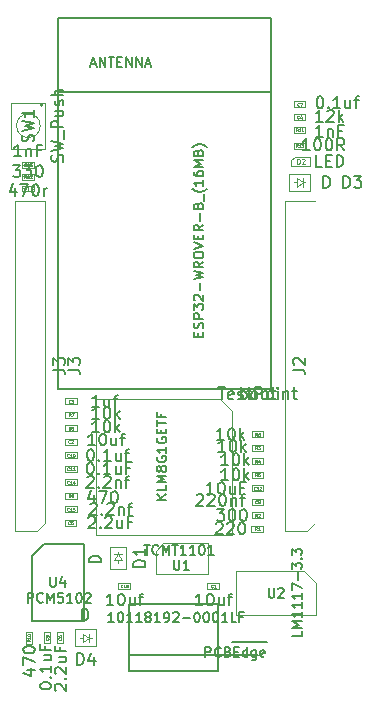
<source format=gbr>
G04 #@! TF.GenerationSoftware,KiCad,Pcbnew,(5.1.5-0)*
G04 #@! TF.CreationDate,2022-09-26T12:07:42-07:00*
G04 #@! TF.ProjectId,wvr_v.1.0,7776725f-762e-4312-9e30-2e6b69636164,rev?*
G04 #@! TF.SameCoordinates,Original*
G04 #@! TF.FileFunction,Other,Fab,Top*
%FSLAX46Y46*%
G04 Gerber Fmt 4.6, Leading zero omitted, Abs format (unit mm)*
G04 Created by KiCad (PCBNEW (5.1.5-0)) date 2022-09-26 12:07:42*
%MOMM*%
%LPD*%
G04 APERTURE LIST*
%ADD10C,0.100000*%
%ADD11C,0.150000*%
%ADD12C,0.127000*%
%ADD13C,0.200000*%
%ADD14C,0.060000*%
%ADD15C,0.040000*%
G04 APERTURE END LIST*
D10*
X131450000Y-25410000D02*
X132450000Y-25410000D01*
X131450000Y-25910000D02*
X131450000Y-25410000D01*
X132450000Y-25910000D02*
X131450000Y-25910000D01*
X132450000Y-25410000D02*
X132450000Y-25910000D01*
X140273000Y-56040740D02*
X140273000Y-57840740D01*
X140273000Y-57840740D02*
X138873000Y-57840740D01*
X138873000Y-57840740D02*
X138873000Y-56040740D01*
X138873000Y-56040740D02*
X140273000Y-56040740D01*
X139923000Y-56640740D02*
X139223000Y-56640740D01*
X139573000Y-56640740D02*
X139573000Y-56440740D01*
X139573000Y-56640740D02*
X139923000Y-57140740D01*
X139923000Y-57140740D02*
X139223000Y-57140740D01*
X139223000Y-57140740D02*
X139573000Y-56640740D01*
X139573000Y-57140740D02*
X139573000Y-57390740D01*
D11*
X132270000Y-56740000D02*
X133270000Y-55740000D01*
X132270000Y-62240000D02*
X132270000Y-56740000D01*
X136670000Y-62240000D02*
X132270000Y-62240000D01*
X136670000Y-55740000D02*
X136670000Y-62240000D01*
X133270000Y-55740000D02*
X136670000Y-55740000D01*
D10*
X130530000Y-18390000D02*
X133430000Y-18390000D01*
X130530000Y-22290000D02*
X130530000Y-18390000D01*
X133430000Y-22290000D02*
X130530000Y-22290000D01*
X133430000Y-18390000D02*
X133430000Y-22290000D01*
X132980000Y-20340000D02*
G75*
G03X132980000Y-20340000I-1000000J0D01*
G01*
X149230000Y-54990000D02*
X149230000Y-44490000D01*
X137730000Y-54990000D02*
X149230000Y-54990000D01*
X137730000Y-43490000D02*
X137730000Y-54990000D01*
X148230000Y-43490000D02*
X137730000Y-43490000D01*
X149230000Y-44490000D02*
X148230000Y-43490000D01*
D12*
X140510000Y-60815000D02*
X148010000Y-60815000D01*
X148010000Y-60815000D02*
X148010000Y-65165000D01*
X148010000Y-65165000D02*
X148010000Y-66476000D01*
X148010000Y-66476000D02*
X140510000Y-66476000D01*
X140510000Y-66476000D02*
X140510000Y-65165000D01*
X140510000Y-65165000D02*
X140510000Y-60815000D01*
X148010000Y-65165000D02*
X140510000Y-65165000D01*
X148010000Y-65165000D02*
X151410000Y-65165000D01*
D13*
X133200000Y-18600000D02*
G75*
G03X133200000Y-18600000I-100000J0D01*
G01*
D12*
X134500000Y-17500000D02*
X152500000Y-17500000D01*
X152500000Y-17500000D02*
X152500000Y-42600000D01*
X152500000Y-11200000D02*
X152500000Y-17500000D01*
X152500000Y-42600000D02*
X134500000Y-42600000D01*
X134500000Y-11200000D02*
X152500000Y-11200000D01*
X134500000Y-17500000D02*
X134500000Y-11200000D01*
X134500000Y-42600000D02*
X134500000Y-17500000D01*
D10*
X140603860Y-59576780D02*
X139603860Y-59576780D01*
X140603860Y-59076780D02*
X140603860Y-59576780D01*
X139603860Y-59076780D02*
X140603860Y-59076780D01*
X139603860Y-59576780D02*
X139603860Y-59076780D01*
X148134960Y-59579320D02*
X147134960Y-59579320D01*
X148134960Y-59079320D02*
X148134960Y-59579320D01*
X147134960Y-59079320D02*
X148134960Y-59079320D01*
X147134960Y-59579320D02*
X147134960Y-59079320D01*
X133328600Y-64177800D02*
X133328600Y-63177800D01*
X133828600Y-64177800D02*
X133328600Y-64177800D01*
X133828600Y-63177800D02*
X133828600Y-64177800D01*
X133328600Y-63177800D02*
X133828600Y-63177800D01*
X155853000Y-23768000D02*
X155853000Y-22968000D01*
X154253000Y-23768000D02*
X155853000Y-23768000D01*
X154253000Y-23268000D02*
X154253000Y-23768000D01*
X154553000Y-22968000D02*
X154253000Y-23268000D01*
X155853000Y-22968000D02*
X154553000Y-22968000D01*
X156300000Y-61770000D02*
X149600000Y-61770000D01*
X149600000Y-58070000D02*
X149600000Y-61770000D01*
X156300000Y-59070000D02*
X156300000Y-61770000D01*
X155300000Y-58070000D02*
X149600000Y-58070000D01*
X155300000Y-58070000D02*
X156300000Y-59070000D01*
X154440000Y-22284500D02*
X154440000Y-21784500D01*
X154440000Y-21784500D02*
X155440000Y-21784500D01*
X155440000Y-21784500D02*
X155440000Y-22284500D01*
X155440000Y-22284500D02*
X154440000Y-22284500D01*
X137742500Y-64390500D02*
X135942500Y-64390500D01*
X135942500Y-64390500D02*
X135942500Y-62990500D01*
X135942500Y-62990500D02*
X137742500Y-62990500D01*
X137742500Y-62990500D02*
X137742500Y-64390500D01*
X137142500Y-64040500D02*
X137142500Y-63340500D01*
X137142500Y-63690500D02*
X137342500Y-63690500D01*
X137142500Y-63690500D02*
X136642500Y-64040500D01*
X136642500Y-64040500D02*
X136642500Y-63340500D01*
X136642500Y-63340500D02*
X137142500Y-63690500D01*
X136642500Y-63690500D02*
X136392500Y-63690500D01*
X155840000Y-25846000D02*
X154040000Y-25846000D01*
X154040000Y-25846000D02*
X154040000Y-24446000D01*
X154040000Y-24446000D02*
X155840000Y-24446000D01*
X155840000Y-24446000D02*
X155840000Y-25846000D01*
X155240000Y-25496000D02*
X155240000Y-24796000D01*
X155240000Y-25146000D02*
X155440000Y-25146000D01*
X155240000Y-25146000D02*
X154740000Y-25496000D01*
X154740000Y-25496000D02*
X154740000Y-24796000D01*
X154740000Y-24796000D02*
X155240000Y-25146000D01*
X154740000Y-25146000D02*
X154490000Y-25146000D01*
X156210000Y-53995000D02*
X155575000Y-54630000D01*
X153670000Y-26690000D02*
X156210000Y-26690000D01*
X153670000Y-54630000D02*
X153670000Y-26690000D01*
X155575000Y-54630000D02*
X153670000Y-54630000D01*
X132715000Y-54630000D02*
X130810000Y-54630000D01*
X130810000Y-54630000D02*
X130810000Y-26690000D01*
X130810000Y-26690000D02*
X133350000Y-26690000D01*
X133350000Y-26690000D02*
X133350000Y-53995000D01*
X133350000Y-53995000D02*
X132715000Y-54630000D01*
X131450000Y-23410000D02*
X132450000Y-23410000D01*
X131450000Y-23910000D02*
X131450000Y-23410000D01*
X132450000Y-23910000D02*
X131450000Y-23910000D01*
X132450000Y-23410000D02*
X132450000Y-23910000D01*
X155440000Y-20451000D02*
X155440000Y-20951000D01*
X155440000Y-20951000D02*
X154440000Y-20951000D01*
X154440000Y-20951000D02*
X154440000Y-20451000D01*
X154440000Y-20451000D02*
X155440000Y-20451000D01*
X142760000Y-56340000D02*
X143410000Y-55690000D01*
X142760000Y-58290000D02*
X142760000Y-56340000D01*
X147160000Y-58290000D02*
X142760000Y-58290000D01*
X147160000Y-55690000D02*
X147160000Y-58290000D01*
X143410000Y-55690000D02*
X147160000Y-55690000D01*
X136072500Y-51939000D02*
X135072500Y-51939000D01*
X136072500Y-51439000D02*
X136072500Y-51939000D01*
X135072500Y-51439000D02*
X136072500Y-51439000D01*
X135072500Y-51939000D02*
X135072500Y-51439000D01*
X132450000Y-24910000D02*
X131450000Y-24910000D01*
X132450000Y-24410000D02*
X132450000Y-24910000D01*
X131450000Y-24410000D02*
X132450000Y-24410000D01*
X131450000Y-24910000D02*
X131450000Y-24410000D01*
X131779200Y-64203200D02*
X131779200Y-63203200D01*
X132279200Y-64203200D02*
X131779200Y-64203200D01*
X132279200Y-63203200D02*
X132279200Y-64203200D01*
X131779200Y-63203200D02*
X132279200Y-63203200D01*
X135072500Y-45724000D02*
X136072500Y-45724000D01*
X135072500Y-46224000D02*
X135072500Y-45724000D01*
X136072500Y-46224000D02*
X135072500Y-46224000D01*
X136072500Y-45724000D02*
X136072500Y-46224000D01*
X135095500Y-44581000D02*
X136095500Y-44581000D01*
X135095500Y-45081000D02*
X135095500Y-44581000D01*
X136095500Y-45081000D02*
X135095500Y-45081000D01*
X136095500Y-44581000D02*
X136095500Y-45081000D01*
X151884000Y-46732000D02*
X150884000Y-46732000D01*
X151884000Y-46232000D02*
X151884000Y-46732000D01*
X150884000Y-46232000D02*
X151884000Y-46232000D01*
X150884000Y-46732000D02*
X150884000Y-46232000D01*
X151884000Y-50161000D02*
X150884000Y-50161000D01*
X151884000Y-49661000D02*
X151884000Y-50161000D01*
X150884000Y-49661000D02*
X151884000Y-49661000D01*
X150884000Y-50161000D02*
X150884000Y-49661000D01*
X151884000Y-49018000D02*
X150884000Y-49018000D01*
X151884000Y-48518000D02*
X151884000Y-49018000D01*
X150884000Y-48518000D02*
X151884000Y-48518000D01*
X150884000Y-49018000D02*
X150884000Y-48518000D01*
X151884000Y-47875000D02*
X150884000Y-47875000D01*
X151884000Y-47375000D02*
X151884000Y-47875000D01*
X150884000Y-47375000D02*
X151884000Y-47375000D01*
X150884000Y-47875000D02*
X150884000Y-47375000D01*
X150884000Y-53090000D02*
X151884000Y-53090000D01*
X150884000Y-53590000D02*
X150884000Y-53090000D01*
X151884000Y-53590000D02*
X150884000Y-53590000D01*
X151884000Y-53090000D02*
X151884000Y-53590000D01*
X151861000Y-54733000D02*
X150861000Y-54733000D01*
X151861000Y-54233000D02*
X151861000Y-54733000D01*
X150861000Y-54233000D02*
X151861000Y-54233000D01*
X150861000Y-54733000D02*
X150861000Y-54233000D01*
X136072500Y-53082000D02*
X135072500Y-53082000D01*
X136072500Y-52582000D02*
X136072500Y-53082000D01*
X135072500Y-52582000D02*
X136072500Y-52582000D01*
X135072500Y-53082000D02*
X135072500Y-52582000D01*
X136072500Y-50796000D02*
X135072500Y-50796000D01*
X136072500Y-50296000D02*
X136072500Y-50796000D01*
X135072500Y-50296000D02*
X136072500Y-50296000D01*
X135072500Y-50796000D02*
X135072500Y-50296000D01*
X150884000Y-50804000D02*
X151884000Y-50804000D01*
X150884000Y-51304000D02*
X150884000Y-50804000D01*
X151884000Y-51304000D02*
X150884000Y-51304000D01*
X151884000Y-50804000D02*
X151884000Y-51304000D01*
X136072500Y-49653000D02*
X135072500Y-49653000D01*
X136072500Y-49153000D02*
X136072500Y-49653000D01*
X135072500Y-49153000D02*
X136072500Y-49153000D01*
X135072500Y-49653000D02*
X135072500Y-49153000D01*
X136072500Y-48510000D02*
X135072500Y-48510000D01*
X136072500Y-48010000D02*
X136072500Y-48510000D01*
X135072500Y-48010000D02*
X136072500Y-48010000D01*
X135072500Y-48510000D02*
X135072500Y-48010000D01*
X150884000Y-51947000D02*
X151884000Y-51947000D01*
X150884000Y-52447000D02*
X150884000Y-51947000D01*
X151884000Y-52447000D02*
X150884000Y-52447000D01*
X151884000Y-51947000D02*
X151884000Y-52447000D01*
X155440000Y-18292000D02*
X155440000Y-18792000D01*
X155440000Y-18792000D02*
X154440000Y-18792000D01*
X154440000Y-18792000D02*
X154440000Y-18292000D01*
X154440000Y-18292000D02*
X155440000Y-18292000D01*
X134395400Y-64177800D02*
X134395400Y-63177800D01*
X134895400Y-64177800D02*
X134395400Y-64177800D01*
X134895400Y-63177800D02*
X134895400Y-64177800D01*
X134395400Y-63177800D02*
X134895400Y-63177800D01*
X136049500Y-54225000D02*
X135049500Y-54225000D01*
X136049500Y-53725000D02*
X136049500Y-54225000D01*
X135049500Y-53725000D02*
X136049500Y-53725000D01*
X135049500Y-54225000D02*
X135049500Y-53725000D01*
X154440000Y-19871500D02*
X154440000Y-19371500D01*
X154440000Y-19371500D02*
X155440000Y-19371500D01*
X155440000Y-19371500D02*
X155440000Y-19871500D01*
X155440000Y-19871500D02*
X154440000Y-19871500D01*
X135095500Y-43438000D02*
X136095500Y-43438000D01*
X135095500Y-43938000D02*
X135095500Y-43438000D01*
X136095500Y-43938000D02*
X135095500Y-43938000D01*
X136095500Y-43438000D02*
X136095500Y-43938000D01*
X136059800Y-47341600D02*
X135059800Y-47341600D01*
X136059800Y-46841600D02*
X136059800Y-47341600D01*
X135059800Y-46841600D02*
X136059800Y-46841600D01*
X135059800Y-47341600D02*
X135059800Y-46841600D01*
D11*
X130664285Y-23682380D02*
X131283333Y-23682380D01*
X130950000Y-24063333D01*
X131092857Y-24063333D01*
X131188095Y-24110952D01*
X131235714Y-24158571D01*
X131283333Y-24253809D01*
X131283333Y-24491904D01*
X131235714Y-24587142D01*
X131188095Y-24634761D01*
X131092857Y-24682380D01*
X130807142Y-24682380D01*
X130711904Y-24634761D01*
X130664285Y-24587142D01*
X131616666Y-23682380D02*
X132235714Y-23682380D01*
X131902380Y-24063333D01*
X132045238Y-24063333D01*
X132140476Y-24110952D01*
X132188095Y-24158571D01*
X132235714Y-24253809D01*
X132235714Y-24491904D01*
X132188095Y-24587142D01*
X132140476Y-24634761D01*
X132045238Y-24682380D01*
X131759523Y-24682380D01*
X131664285Y-24634761D01*
X131616666Y-24587142D01*
X132854761Y-23682380D02*
X132950000Y-23682380D01*
X133045238Y-23730000D01*
X133092857Y-23777619D01*
X133140476Y-23872857D01*
X133188095Y-24063333D01*
X133188095Y-24301428D01*
X133140476Y-24491904D01*
X133092857Y-24587142D01*
X133045238Y-24634761D01*
X132950000Y-24682380D01*
X132854761Y-24682380D01*
X132759523Y-24634761D01*
X132711904Y-24587142D01*
X132664285Y-24491904D01*
X132616666Y-24301428D01*
X132616666Y-24063333D01*
X132664285Y-23872857D01*
X132711904Y-23777619D01*
X132759523Y-23730000D01*
X132854761Y-23682380D01*
D14*
X131692857Y-25840952D02*
X131559523Y-25650476D01*
X131464285Y-25840952D02*
X131464285Y-25440952D01*
X131616666Y-25440952D01*
X131654761Y-25460000D01*
X131673809Y-25479047D01*
X131692857Y-25517142D01*
X131692857Y-25574285D01*
X131673809Y-25612380D01*
X131654761Y-25631428D01*
X131616666Y-25650476D01*
X131464285Y-25650476D01*
X132073809Y-25840952D02*
X131845238Y-25840952D01*
X131959523Y-25840952D02*
X131959523Y-25440952D01*
X131921428Y-25498095D01*
X131883333Y-25536190D01*
X131845238Y-25555238D01*
X132416666Y-25574285D02*
X132416666Y-25840952D01*
X132321428Y-25421904D02*
X132226190Y-25707619D01*
X132473809Y-25707619D01*
D11*
X138125380Y-57302644D02*
X137125380Y-57302644D01*
X137125380Y-57064549D01*
X137173000Y-56921692D01*
X137268238Y-56826454D01*
X137363476Y-56778835D01*
X137553952Y-56731216D01*
X137696809Y-56731216D01*
X137887285Y-56778835D01*
X137982523Y-56826454D01*
X138077761Y-56921692D01*
X138125380Y-57064549D01*
X138125380Y-57302644D01*
X141875380Y-57678835D02*
X140875380Y-57678835D01*
X140875380Y-57440740D01*
X140923000Y-57297882D01*
X141018238Y-57202644D01*
X141113476Y-57155025D01*
X141303952Y-57107406D01*
X141446809Y-57107406D01*
X141637285Y-57155025D01*
X141732523Y-57202644D01*
X141827761Y-57297882D01*
X141875380Y-57440740D01*
X141875380Y-57678835D01*
X141875380Y-56155025D02*
X141875380Y-56726454D01*
X141875380Y-56440740D02*
X140875380Y-56440740D01*
X141018238Y-56535978D01*
X141113476Y-56631216D01*
X141161095Y-56726454D01*
D13*
X131924761Y-60710952D02*
X131924761Y-59890952D01*
X132237142Y-59890952D01*
X132315238Y-59930000D01*
X132354285Y-59969047D01*
X132393333Y-60047142D01*
X132393333Y-60164285D01*
X132354285Y-60242380D01*
X132315238Y-60281428D01*
X132237142Y-60320476D01*
X131924761Y-60320476D01*
X133213333Y-60632857D02*
X133174285Y-60671904D01*
X133057142Y-60710952D01*
X132979047Y-60710952D01*
X132861904Y-60671904D01*
X132783809Y-60593809D01*
X132744761Y-60515714D01*
X132705714Y-60359523D01*
X132705714Y-60242380D01*
X132744761Y-60086190D01*
X132783809Y-60008095D01*
X132861904Y-59930000D01*
X132979047Y-59890952D01*
X133057142Y-59890952D01*
X133174285Y-59930000D01*
X133213333Y-59969047D01*
X133564761Y-60710952D02*
X133564761Y-59890952D01*
X133838095Y-60476666D01*
X134111428Y-59890952D01*
X134111428Y-60710952D01*
X134892380Y-59890952D02*
X134501904Y-59890952D01*
X134462857Y-60281428D01*
X134501904Y-60242380D01*
X134580000Y-60203333D01*
X134775238Y-60203333D01*
X134853333Y-60242380D01*
X134892380Y-60281428D01*
X134931428Y-60359523D01*
X134931428Y-60554761D01*
X134892380Y-60632857D01*
X134853333Y-60671904D01*
X134775238Y-60710952D01*
X134580000Y-60710952D01*
X134501904Y-60671904D01*
X134462857Y-60632857D01*
X135712380Y-60710952D02*
X135243809Y-60710952D01*
X135478095Y-60710952D02*
X135478095Y-59890952D01*
X135400000Y-60008095D01*
X135321904Y-60086190D01*
X135243809Y-60125238D01*
X136220000Y-59890952D02*
X136298095Y-59890952D01*
X136376190Y-59930000D01*
X136415238Y-59969047D01*
X136454285Y-60047142D01*
X136493333Y-60203333D01*
X136493333Y-60398571D01*
X136454285Y-60554761D01*
X136415238Y-60632857D01*
X136376190Y-60671904D01*
X136298095Y-60710952D01*
X136220000Y-60710952D01*
X136141904Y-60671904D01*
X136102857Y-60632857D01*
X136063809Y-60554761D01*
X136024761Y-60398571D01*
X136024761Y-60203333D01*
X136063809Y-60047142D01*
X136102857Y-59969047D01*
X136141904Y-59930000D01*
X136220000Y-59890952D01*
X136805714Y-59969047D02*
X136844761Y-59930000D01*
X136922857Y-59890952D01*
X137118095Y-59890952D01*
X137196190Y-59930000D01*
X137235238Y-59969047D01*
X137274285Y-60047142D01*
X137274285Y-60125238D01*
X137235238Y-60242380D01*
X136766666Y-60710952D01*
X137274285Y-60710952D01*
X133845238Y-58540952D02*
X133845238Y-59204761D01*
X133884285Y-59282857D01*
X133923333Y-59321904D01*
X134001428Y-59360952D01*
X134157619Y-59360952D01*
X134235714Y-59321904D01*
X134274761Y-59282857D01*
X134313809Y-59204761D01*
X134313809Y-58540952D01*
X135055714Y-58814285D02*
X135055714Y-59360952D01*
X134860476Y-58501904D02*
X134665238Y-59087619D01*
X135172857Y-59087619D01*
D11*
X134884761Y-23387619D02*
X134932380Y-23244761D01*
X134932380Y-23006666D01*
X134884761Y-22911428D01*
X134837142Y-22863809D01*
X134741904Y-22816190D01*
X134646666Y-22816190D01*
X134551428Y-22863809D01*
X134503809Y-22911428D01*
X134456190Y-23006666D01*
X134408571Y-23197142D01*
X134360952Y-23292380D01*
X134313333Y-23340000D01*
X134218095Y-23387619D01*
X134122857Y-23387619D01*
X134027619Y-23340000D01*
X133980000Y-23292380D01*
X133932380Y-23197142D01*
X133932380Y-22959047D01*
X133980000Y-22816190D01*
X133932380Y-22482857D02*
X134932380Y-22244761D01*
X134218095Y-22054285D01*
X134932380Y-21863809D01*
X133932380Y-21625714D01*
X135027619Y-21482857D02*
X135027619Y-20720952D01*
X134932380Y-20482857D02*
X133932380Y-20482857D01*
X133932380Y-20101904D01*
X133980000Y-20006666D01*
X134027619Y-19959047D01*
X134122857Y-19911428D01*
X134265714Y-19911428D01*
X134360952Y-19959047D01*
X134408571Y-20006666D01*
X134456190Y-20101904D01*
X134456190Y-20482857D01*
X134265714Y-19054285D02*
X134932380Y-19054285D01*
X134265714Y-19482857D02*
X134789523Y-19482857D01*
X134884761Y-19435238D01*
X134932380Y-19340000D01*
X134932380Y-19197142D01*
X134884761Y-19101904D01*
X134837142Y-19054285D01*
X134884761Y-18625714D02*
X134932380Y-18530476D01*
X134932380Y-18340000D01*
X134884761Y-18244761D01*
X134789523Y-18197142D01*
X134741904Y-18197142D01*
X134646666Y-18244761D01*
X134599047Y-18340000D01*
X134599047Y-18482857D01*
X134551428Y-18578095D01*
X134456190Y-18625714D01*
X134408571Y-18625714D01*
X134313333Y-18578095D01*
X134265714Y-18482857D01*
X134265714Y-18340000D01*
X134313333Y-18244761D01*
X134932380Y-17768571D02*
X133932380Y-17768571D01*
X134932380Y-17340000D02*
X134408571Y-17340000D01*
X134313333Y-17387619D01*
X134265714Y-17482857D01*
X134265714Y-17625714D01*
X134313333Y-17720952D01*
X134360952Y-17768571D01*
X132384761Y-21673333D02*
X132432380Y-21530476D01*
X132432380Y-21292380D01*
X132384761Y-21197142D01*
X132337142Y-21149523D01*
X132241904Y-21101904D01*
X132146666Y-21101904D01*
X132051428Y-21149523D01*
X132003809Y-21197142D01*
X131956190Y-21292380D01*
X131908571Y-21482857D01*
X131860952Y-21578095D01*
X131813333Y-21625714D01*
X131718095Y-21673333D01*
X131622857Y-21673333D01*
X131527619Y-21625714D01*
X131480000Y-21578095D01*
X131432380Y-21482857D01*
X131432380Y-21244761D01*
X131480000Y-21101904D01*
X131432380Y-20768571D02*
X132432380Y-20530476D01*
X131718095Y-20340000D01*
X132432380Y-20149523D01*
X131432380Y-19911428D01*
X132432380Y-19006666D02*
X132432380Y-19578095D01*
X132432380Y-19292380D02*
X131432380Y-19292380D01*
X131575238Y-19387619D01*
X131670476Y-19482857D01*
X131718095Y-19578095D01*
D13*
X143670952Y-52000952D02*
X142850952Y-52000952D01*
X143670952Y-51532380D02*
X143202380Y-51883809D01*
X142850952Y-51532380D02*
X143319523Y-52000952D01*
X143670952Y-50790476D02*
X143670952Y-51180952D01*
X142850952Y-51180952D01*
X143670952Y-50517142D02*
X142850952Y-50517142D01*
X143436666Y-50243809D01*
X142850952Y-49970476D01*
X143670952Y-49970476D01*
X143202380Y-49462857D02*
X143163333Y-49540952D01*
X143124285Y-49580000D01*
X143046190Y-49619047D01*
X143007142Y-49619047D01*
X142929047Y-49580000D01*
X142890000Y-49540952D01*
X142850952Y-49462857D01*
X142850952Y-49306666D01*
X142890000Y-49228571D01*
X142929047Y-49189523D01*
X143007142Y-49150476D01*
X143046190Y-49150476D01*
X143124285Y-49189523D01*
X143163333Y-49228571D01*
X143202380Y-49306666D01*
X143202380Y-49462857D01*
X143241428Y-49540952D01*
X143280476Y-49580000D01*
X143358571Y-49619047D01*
X143514761Y-49619047D01*
X143592857Y-49580000D01*
X143631904Y-49540952D01*
X143670952Y-49462857D01*
X143670952Y-49306666D01*
X143631904Y-49228571D01*
X143592857Y-49189523D01*
X143514761Y-49150476D01*
X143358571Y-49150476D01*
X143280476Y-49189523D01*
X143241428Y-49228571D01*
X143202380Y-49306666D01*
X142890000Y-48369523D02*
X142850952Y-48447619D01*
X142850952Y-48564761D01*
X142890000Y-48681904D01*
X142968095Y-48760000D01*
X143046190Y-48799047D01*
X143202380Y-48838095D01*
X143319523Y-48838095D01*
X143475714Y-48799047D01*
X143553809Y-48760000D01*
X143631904Y-48681904D01*
X143670952Y-48564761D01*
X143670952Y-48486666D01*
X143631904Y-48369523D01*
X143592857Y-48330476D01*
X143319523Y-48330476D01*
X143319523Y-48486666D01*
X143670952Y-47549523D02*
X143670952Y-48018095D01*
X143670952Y-47783809D02*
X142850952Y-47783809D01*
X142968095Y-47861904D01*
X143046190Y-47940000D01*
X143085238Y-48018095D01*
X142890000Y-46768571D02*
X142850952Y-46846666D01*
X142850952Y-46963809D01*
X142890000Y-47080952D01*
X142968095Y-47159047D01*
X143046190Y-47198095D01*
X143202380Y-47237142D01*
X143319523Y-47237142D01*
X143475714Y-47198095D01*
X143553809Y-47159047D01*
X143631904Y-47080952D01*
X143670952Y-46963809D01*
X143670952Y-46885714D01*
X143631904Y-46768571D01*
X143592857Y-46729523D01*
X143319523Y-46729523D01*
X143319523Y-46885714D01*
X143241428Y-46378095D02*
X143241428Y-46104761D01*
X143670952Y-45987619D02*
X143670952Y-46378095D01*
X142850952Y-46378095D01*
X142850952Y-45987619D01*
X142850952Y-45753333D02*
X142850952Y-45284761D01*
X143670952Y-45519047D02*
X142850952Y-45519047D01*
X143241428Y-44738095D02*
X143241428Y-45011428D01*
X143670952Y-45011428D02*
X142850952Y-45011428D01*
X142850952Y-44620952D01*
X139228095Y-62370952D02*
X138759523Y-62370952D01*
X138993809Y-62370952D02*
X138993809Y-61550952D01*
X138915714Y-61668095D01*
X138837619Y-61746190D01*
X138759523Y-61785238D01*
X139735714Y-61550952D02*
X139813809Y-61550952D01*
X139891904Y-61590000D01*
X139930952Y-61629047D01*
X139970000Y-61707142D01*
X140009047Y-61863333D01*
X140009047Y-62058571D01*
X139970000Y-62214761D01*
X139930952Y-62292857D01*
X139891904Y-62331904D01*
X139813809Y-62370952D01*
X139735714Y-62370952D01*
X139657619Y-62331904D01*
X139618571Y-62292857D01*
X139579523Y-62214761D01*
X139540476Y-62058571D01*
X139540476Y-61863333D01*
X139579523Y-61707142D01*
X139618571Y-61629047D01*
X139657619Y-61590000D01*
X139735714Y-61550952D01*
X140790000Y-62370952D02*
X140321428Y-62370952D01*
X140555714Y-62370952D02*
X140555714Y-61550952D01*
X140477619Y-61668095D01*
X140399523Y-61746190D01*
X140321428Y-61785238D01*
X141570952Y-62370952D02*
X141102380Y-62370952D01*
X141336666Y-62370952D02*
X141336666Y-61550952D01*
X141258571Y-61668095D01*
X141180476Y-61746190D01*
X141102380Y-61785238D01*
X142039523Y-61902380D02*
X141961428Y-61863333D01*
X141922380Y-61824285D01*
X141883333Y-61746190D01*
X141883333Y-61707142D01*
X141922380Y-61629047D01*
X141961428Y-61590000D01*
X142039523Y-61550952D01*
X142195714Y-61550952D01*
X142273809Y-61590000D01*
X142312857Y-61629047D01*
X142351904Y-61707142D01*
X142351904Y-61746190D01*
X142312857Y-61824285D01*
X142273809Y-61863333D01*
X142195714Y-61902380D01*
X142039523Y-61902380D01*
X141961428Y-61941428D01*
X141922380Y-61980476D01*
X141883333Y-62058571D01*
X141883333Y-62214761D01*
X141922380Y-62292857D01*
X141961428Y-62331904D01*
X142039523Y-62370952D01*
X142195714Y-62370952D01*
X142273809Y-62331904D01*
X142312857Y-62292857D01*
X142351904Y-62214761D01*
X142351904Y-62058571D01*
X142312857Y-61980476D01*
X142273809Y-61941428D01*
X142195714Y-61902380D01*
X143132857Y-62370952D02*
X142664285Y-62370952D01*
X142898571Y-62370952D02*
X142898571Y-61550952D01*
X142820476Y-61668095D01*
X142742380Y-61746190D01*
X142664285Y-61785238D01*
X143523333Y-62370952D02*
X143679523Y-62370952D01*
X143757619Y-62331904D01*
X143796666Y-62292857D01*
X143874761Y-62175714D01*
X143913809Y-62019523D01*
X143913809Y-61707142D01*
X143874761Y-61629047D01*
X143835714Y-61590000D01*
X143757619Y-61550952D01*
X143601428Y-61550952D01*
X143523333Y-61590000D01*
X143484285Y-61629047D01*
X143445238Y-61707142D01*
X143445238Y-61902380D01*
X143484285Y-61980476D01*
X143523333Y-62019523D01*
X143601428Y-62058571D01*
X143757619Y-62058571D01*
X143835714Y-62019523D01*
X143874761Y-61980476D01*
X143913809Y-61902380D01*
X144226190Y-61629047D02*
X144265238Y-61590000D01*
X144343333Y-61550952D01*
X144538571Y-61550952D01*
X144616666Y-61590000D01*
X144655714Y-61629047D01*
X144694761Y-61707142D01*
X144694761Y-61785238D01*
X144655714Y-61902380D01*
X144187142Y-62370952D01*
X144694761Y-62370952D01*
X145046190Y-62058571D02*
X145670952Y-62058571D01*
X146217619Y-61550952D02*
X146295714Y-61550952D01*
X146373809Y-61590000D01*
X146412857Y-61629047D01*
X146451904Y-61707142D01*
X146490952Y-61863333D01*
X146490952Y-62058571D01*
X146451904Y-62214761D01*
X146412857Y-62292857D01*
X146373809Y-62331904D01*
X146295714Y-62370952D01*
X146217619Y-62370952D01*
X146139523Y-62331904D01*
X146100476Y-62292857D01*
X146061428Y-62214761D01*
X146022380Y-62058571D01*
X146022380Y-61863333D01*
X146061428Y-61707142D01*
X146100476Y-61629047D01*
X146139523Y-61590000D01*
X146217619Y-61550952D01*
X146998571Y-61550952D02*
X147076666Y-61550952D01*
X147154761Y-61590000D01*
X147193809Y-61629047D01*
X147232857Y-61707142D01*
X147271904Y-61863333D01*
X147271904Y-62058571D01*
X147232857Y-62214761D01*
X147193809Y-62292857D01*
X147154761Y-62331904D01*
X147076666Y-62370952D01*
X146998571Y-62370952D01*
X146920476Y-62331904D01*
X146881428Y-62292857D01*
X146842380Y-62214761D01*
X146803333Y-62058571D01*
X146803333Y-61863333D01*
X146842380Y-61707142D01*
X146881428Y-61629047D01*
X146920476Y-61590000D01*
X146998571Y-61550952D01*
X147779523Y-61550952D02*
X147857619Y-61550952D01*
X147935714Y-61590000D01*
X147974761Y-61629047D01*
X148013809Y-61707142D01*
X148052857Y-61863333D01*
X148052857Y-62058571D01*
X148013809Y-62214761D01*
X147974761Y-62292857D01*
X147935714Y-62331904D01*
X147857619Y-62370952D01*
X147779523Y-62370952D01*
X147701428Y-62331904D01*
X147662380Y-62292857D01*
X147623333Y-62214761D01*
X147584285Y-62058571D01*
X147584285Y-61863333D01*
X147623333Y-61707142D01*
X147662380Y-61629047D01*
X147701428Y-61590000D01*
X147779523Y-61550952D01*
X148833809Y-62370952D02*
X148365238Y-62370952D01*
X148599523Y-62370952D02*
X148599523Y-61550952D01*
X148521428Y-61668095D01*
X148443333Y-61746190D01*
X148365238Y-61785238D01*
X149575714Y-62370952D02*
X149185238Y-62370952D01*
X149185238Y-61550952D01*
X150122380Y-61941428D02*
X149849047Y-61941428D01*
X149849047Y-62370952D02*
X149849047Y-61550952D01*
X150239523Y-61550952D01*
X146965912Y-65314672D02*
X146965912Y-64494672D01*
X147278293Y-64494672D01*
X147356388Y-64533720D01*
X147395436Y-64572767D01*
X147434483Y-64650862D01*
X147434483Y-64768005D01*
X147395436Y-64846100D01*
X147356388Y-64885148D01*
X147278293Y-64924196D01*
X146965912Y-64924196D01*
X148254483Y-65236577D02*
X148215436Y-65275624D01*
X148098293Y-65314672D01*
X148020198Y-65314672D01*
X147903055Y-65275624D01*
X147824960Y-65197529D01*
X147785912Y-65119434D01*
X147746864Y-64963243D01*
X147746864Y-64846100D01*
X147785912Y-64689910D01*
X147824960Y-64611815D01*
X147903055Y-64533720D01*
X148020198Y-64494672D01*
X148098293Y-64494672D01*
X148215436Y-64533720D01*
X148254483Y-64572767D01*
X148879245Y-64885148D02*
X148996388Y-64924196D01*
X149035436Y-64963243D01*
X149074483Y-65041339D01*
X149074483Y-65158481D01*
X149035436Y-65236577D01*
X148996388Y-65275624D01*
X148918293Y-65314672D01*
X148605912Y-65314672D01*
X148605912Y-64494672D01*
X148879245Y-64494672D01*
X148957340Y-64533720D01*
X148996388Y-64572767D01*
X149035436Y-64650862D01*
X149035436Y-64728958D01*
X148996388Y-64807053D01*
X148957340Y-64846100D01*
X148879245Y-64885148D01*
X148605912Y-64885148D01*
X149230674Y-64093320D02*
X149972579Y-64093320D01*
X149425912Y-64885148D02*
X149699245Y-64885148D01*
X149816388Y-65314672D02*
X149425912Y-65314672D01*
X149425912Y-64494672D01*
X149816388Y-64494672D01*
X149972579Y-64093320D02*
X150714483Y-64093320D01*
X150519245Y-65314672D02*
X150519245Y-64494672D01*
X150519245Y-65275624D02*
X150441150Y-65314672D01*
X150284960Y-65314672D01*
X150206864Y-65275624D01*
X150167817Y-65236577D01*
X150128769Y-65158481D01*
X150128769Y-64924196D01*
X150167817Y-64846100D01*
X150206864Y-64807053D01*
X150284960Y-64768005D01*
X150441150Y-64768005D01*
X150519245Y-64807053D01*
X150714483Y-64093320D02*
X151456388Y-64093320D01*
X151261150Y-64768005D02*
X151261150Y-65431815D01*
X151222102Y-65509910D01*
X151183055Y-65548958D01*
X151104960Y-65588005D01*
X150987817Y-65588005D01*
X150909721Y-65548958D01*
X151261150Y-65275624D02*
X151183055Y-65314672D01*
X151026864Y-65314672D01*
X150948769Y-65275624D01*
X150909721Y-65236577D01*
X150870674Y-65158481D01*
X150870674Y-64924196D01*
X150909721Y-64846100D01*
X150948769Y-64807053D01*
X151026864Y-64768005D01*
X151183055Y-64768005D01*
X151261150Y-64807053D01*
X151456388Y-64093320D02*
X152159245Y-64093320D01*
X151964007Y-65275624D02*
X151885912Y-65314672D01*
X151729721Y-65314672D01*
X151651626Y-65275624D01*
X151612579Y-65197529D01*
X151612579Y-64885148D01*
X151651626Y-64807053D01*
X151729721Y-64768005D01*
X151885912Y-64768005D01*
X151964007Y-64807053D01*
X152003055Y-64885148D01*
X152003055Y-64963243D01*
X151612579Y-65041339D01*
X146361428Y-38191428D02*
X146361428Y-37918095D01*
X146790952Y-37800952D02*
X146790952Y-38191428D01*
X145970952Y-38191428D01*
X145970952Y-37800952D01*
X146751904Y-37488571D02*
X146790952Y-37371428D01*
X146790952Y-37176190D01*
X146751904Y-37098095D01*
X146712857Y-37059047D01*
X146634761Y-37020000D01*
X146556666Y-37020000D01*
X146478571Y-37059047D01*
X146439523Y-37098095D01*
X146400476Y-37176190D01*
X146361428Y-37332380D01*
X146322380Y-37410476D01*
X146283333Y-37449523D01*
X146205238Y-37488571D01*
X146127142Y-37488571D01*
X146049047Y-37449523D01*
X146010000Y-37410476D01*
X145970952Y-37332380D01*
X145970952Y-37137142D01*
X146010000Y-37020000D01*
X146790952Y-36668571D02*
X145970952Y-36668571D01*
X145970952Y-36356190D01*
X146010000Y-36278095D01*
X146049047Y-36239047D01*
X146127142Y-36200000D01*
X146244285Y-36200000D01*
X146322380Y-36239047D01*
X146361428Y-36278095D01*
X146400476Y-36356190D01*
X146400476Y-36668571D01*
X145970952Y-35926666D02*
X145970952Y-35419047D01*
X146283333Y-35692380D01*
X146283333Y-35575238D01*
X146322380Y-35497142D01*
X146361428Y-35458095D01*
X146439523Y-35419047D01*
X146634761Y-35419047D01*
X146712857Y-35458095D01*
X146751904Y-35497142D01*
X146790952Y-35575238D01*
X146790952Y-35809523D01*
X146751904Y-35887619D01*
X146712857Y-35926666D01*
X146049047Y-35106666D02*
X146010000Y-35067619D01*
X145970952Y-34989523D01*
X145970952Y-34794285D01*
X146010000Y-34716190D01*
X146049047Y-34677142D01*
X146127142Y-34638095D01*
X146205238Y-34638095D01*
X146322380Y-34677142D01*
X146790952Y-35145714D01*
X146790952Y-34638095D01*
X146478571Y-34286666D02*
X146478571Y-33661904D01*
X145970952Y-33349523D02*
X146790952Y-33154285D01*
X146205238Y-32998095D01*
X146790952Y-32841904D01*
X145970952Y-32646666D01*
X146790952Y-31865714D02*
X146400476Y-32139047D01*
X146790952Y-32334285D02*
X145970952Y-32334285D01*
X145970952Y-32021904D01*
X146010000Y-31943809D01*
X146049047Y-31904761D01*
X146127142Y-31865714D01*
X146244285Y-31865714D01*
X146322380Y-31904761D01*
X146361428Y-31943809D01*
X146400476Y-32021904D01*
X146400476Y-32334285D01*
X145970952Y-31358095D02*
X145970952Y-31201904D01*
X146010000Y-31123809D01*
X146088095Y-31045714D01*
X146244285Y-31006666D01*
X146517619Y-31006666D01*
X146673809Y-31045714D01*
X146751904Y-31123809D01*
X146790952Y-31201904D01*
X146790952Y-31358095D01*
X146751904Y-31436190D01*
X146673809Y-31514285D01*
X146517619Y-31553333D01*
X146244285Y-31553333D01*
X146088095Y-31514285D01*
X146010000Y-31436190D01*
X145970952Y-31358095D01*
X145970952Y-30772380D02*
X146790952Y-30499047D01*
X145970952Y-30225714D01*
X146361428Y-29952380D02*
X146361428Y-29679047D01*
X146790952Y-29561904D02*
X146790952Y-29952380D01*
X145970952Y-29952380D01*
X145970952Y-29561904D01*
X146790952Y-28741904D02*
X146400476Y-29015238D01*
X146790952Y-29210476D02*
X145970952Y-29210476D01*
X145970952Y-28898095D01*
X146010000Y-28820000D01*
X146049047Y-28780952D01*
X146127142Y-28741904D01*
X146244285Y-28741904D01*
X146322380Y-28780952D01*
X146361428Y-28820000D01*
X146400476Y-28898095D01*
X146400476Y-29210476D01*
X146478571Y-28390476D02*
X146478571Y-27765714D01*
X146361428Y-27101904D02*
X146400476Y-26984761D01*
X146439523Y-26945714D01*
X146517619Y-26906666D01*
X146634761Y-26906666D01*
X146712857Y-26945714D01*
X146751904Y-26984761D01*
X146790952Y-27062857D01*
X146790952Y-27375238D01*
X145970952Y-27375238D01*
X145970952Y-27101904D01*
X146010000Y-27023809D01*
X146049047Y-26984761D01*
X146127142Y-26945714D01*
X146205238Y-26945714D01*
X146283333Y-26984761D01*
X146322380Y-27023809D01*
X146361428Y-27101904D01*
X146361428Y-27375238D01*
X146869047Y-26750476D02*
X146869047Y-26125714D01*
X147103333Y-25696190D02*
X147064285Y-25735238D01*
X146947142Y-25813333D01*
X146869047Y-25852380D01*
X146751904Y-25891428D01*
X146556666Y-25930476D01*
X146400476Y-25930476D01*
X146205238Y-25891428D01*
X146088095Y-25852380D01*
X146010000Y-25813333D01*
X145892857Y-25735238D01*
X145853809Y-25696190D01*
X146790952Y-24954285D02*
X146790952Y-25422857D01*
X146790952Y-25188571D02*
X145970952Y-25188571D01*
X146088095Y-25266666D01*
X146166190Y-25344761D01*
X146205238Y-25422857D01*
X145970952Y-24251428D02*
X145970952Y-24407619D01*
X146010000Y-24485714D01*
X146049047Y-24524761D01*
X146166190Y-24602857D01*
X146322380Y-24641904D01*
X146634761Y-24641904D01*
X146712857Y-24602857D01*
X146751904Y-24563809D01*
X146790952Y-24485714D01*
X146790952Y-24329523D01*
X146751904Y-24251428D01*
X146712857Y-24212380D01*
X146634761Y-24173333D01*
X146439523Y-24173333D01*
X146361428Y-24212380D01*
X146322380Y-24251428D01*
X146283333Y-24329523D01*
X146283333Y-24485714D01*
X146322380Y-24563809D01*
X146361428Y-24602857D01*
X146439523Y-24641904D01*
X146790952Y-23821904D02*
X145970952Y-23821904D01*
X146556666Y-23548571D01*
X145970952Y-23275238D01*
X146790952Y-23275238D01*
X146361428Y-22611428D02*
X146400476Y-22494285D01*
X146439523Y-22455238D01*
X146517619Y-22416190D01*
X146634761Y-22416190D01*
X146712857Y-22455238D01*
X146751904Y-22494285D01*
X146790952Y-22572380D01*
X146790952Y-22884761D01*
X145970952Y-22884761D01*
X145970952Y-22611428D01*
X146010000Y-22533333D01*
X146049047Y-22494285D01*
X146127142Y-22455238D01*
X146205238Y-22455238D01*
X146283333Y-22494285D01*
X146322380Y-22533333D01*
X146361428Y-22611428D01*
X146361428Y-22884761D01*
X147103333Y-22142857D02*
X147064285Y-22103809D01*
X146947142Y-22025714D01*
X146869047Y-21986666D01*
X146751904Y-21947619D01*
X146556666Y-21908571D01*
X146400476Y-21908571D01*
X146205238Y-21947619D01*
X146088095Y-21986666D01*
X146010000Y-22025714D01*
X145892857Y-22103809D01*
X145853809Y-22142857D01*
X137281428Y-15136666D02*
X137671904Y-15136666D01*
X137203333Y-15370952D02*
X137476666Y-14550952D01*
X137750000Y-15370952D01*
X138023333Y-15370952D02*
X138023333Y-14550952D01*
X138491904Y-15370952D01*
X138491904Y-14550952D01*
X138765238Y-14550952D02*
X139233809Y-14550952D01*
X138999523Y-15370952D02*
X138999523Y-14550952D01*
X139507142Y-14941428D02*
X139780476Y-14941428D01*
X139897619Y-15370952D02*
X139507142Y-15370952D01*
X139507142Y-14550952D01*
X139897619Y-14550952D01*
X140249047Y-15370952D02*
X140249047Y-14550952D01*
X140717619Y-15370952D01*
X140717619Y-14550952D01*
X141108095Y-15370952D02*
X141108095Y-14550952D01*
X141576666Y-15370952D01*
X141576666Y-14550952D01*
X141928095Y-15136666D02*
X142318571Y-15136666D01*
X141850000Y-15370952D02*
X142123333Y-14550952D01*
X142396666Y-15370952D01*
D11*
X139175288Y-60949160D02*
X138603860Y-60949160D01*
X138889574Y-60949160D02*
X138889574Y-59949160D01*
X138794336Y-60092018D01*
X138699098Y-60187256D01*
X138603860Y-60234875D01*
X139794336Y-59949160D02*
X139889574Y-59949160D01*
X139984812Y-59996780D01*
X140032431Y-60044399D01*
X140080050Y-60139637D01*
X140127669Y-60330113D01*
X140127669Y-60568208D01*
X140080050Y-60758684D01*
X140032431Y-60853922D01*
X139984812Y-60901541D01*
X139889574Y-60949160D01*
X139794336Y-60949160D01*
X139699098Y-60901541D01*
X139651479Y-60853922D01*
X139603860Y-60758684D01*
X139556240Y-60568208D01*
X139556240Y-60330113D01*
X139603860Y-60139637D01*
X139651479Y-60044399D01*
X139699098Y-59996780D01*
X139794336Y-59949160D01*
X140984812Y-60282494D02*
X140984812Y-60949160D01*
X140556240Y-60282494D02*
X140556240Y-60806303D01*
X140603860Y-60901541D01*
X140699098Y-60949160D01*
X140841955Y-60949160D01*
X140937193Y-60901541D01*
X140984812Y-60853922D01*
X141318145Y-60282494D02*
X141699098Y-60282494D01*
X141461002Y-60949160D02*
X141461002Y-60092018D01*
X141508621Y-59996780D01*
X141603860Y-59949160D01*
X141699098Y-59949160D01*
D15*
X139943145Y-59416065D02*
X139931240Y-59427970D01*
X139895526Y-59439875D01*
X139871717Y-59439875D01*
X139836002Y-59427970D01*
X139812193Y-59404160D01*
X139800288Y-59380351D01*
X139788383Y-59332732D01*
X139788383Y-59297018D01*
X139800288Y-59249399D01*
X139812193Y-59225589D01*
X139836002Y-59201780D01*
X139871717Y-59189875D01*
X139895526Y-59189875D01*
X139931240Y-59201780D01*
X139943145Y-59213684D01*
X140181240Y-59439875D02*
X140038383Y-59439875D01*
X140109812Y-59439875D02*
X140109812Y-59189875D01*
X140086002Y-59225589D01*
X140062193Y-59249399D01*
X140038383Y-59261303D01*
X140395526Y-59189875D02*
X140347907Y-59189875D01*
X140324098Y-59201780D01*
X140312193Y-59213684D01*
X140288383Y-59249399D01*
X140276479Y-59297018D01*
X140276479Y-59392256D01*
X140288383Y-59416065D01*
X140300288Y-59427970D01*
X140324098Y-59439875D01*
X140371717Y-59439875D01*
X140395526Y-59427970D01*
X140407431Y-59416065D01*
X140419336Y-59392256D01*
X140419336Y-59332732D01*
X140407431Y-59308922D01*
X140395526Y-59297018D01*
X140371717Y-59285113D01*
X140324098Y-59285113D01*
X140300288Y-59297018D01*
X140288383Y-59308922D01*
X140276479Y-59332732D01*
D11*
X146706388Y-60951700D02*
X146134960Y-60951700D01*
X146420674Y-60951700D02*
X146420674Y-59951700D01*
X146325436Y-60094558D01*
X146230198Y-60189796D01*
X146134960Y-60237415D01*
X147325436Y-59951700D02*
X147420674Y-59951700D01*
X147515912Y-59999320D01*
X147563531Y-60046939D01*
X147611150Y-60142177D01*
X147658769Y-60332653D01*
X147658769Y-60570748D01*
X147611150Y-60761224D01*
X147563531Y-60856462D01*
X147515912Y-60904081D01*
X147420674Y-60951700D01*
X147325436Y-60951700D01*
X147230198Y-60904081D01*
X147182579Y-60856462D01*
X147134960Y-60761224D01*
X147087340Y-60570748D01*
X147087340Y-60332653D01*
X147134960Y-60142177D01*
X147182579Y-60046939D01*
X147230198Y-59999320D01*
X147325436Y-59951700D01*
X148515912Y-60285034D02*
X148515912Y-60951700D01*
X148087340Y-60285034D02*
X148087340Y-60808843D01*
X148134960Y-60904081D01*
X148230198Y-60951700D01*
X148373055Y-60951700D01*
X148468293Y-60904081D01*
X148515912Y-60856462D01*
X148849245Y-60285034D02*
X149230198Y-60285034D01*
X148992102Y-60951700D02*
X148992102Y-60094558D01*
X149039721Y-59999320D01*
X149134960Y-59951700D01*
X149230198Y-59951700D01*
D15*
X147593293Y-59418605D02*
X147581388Y-59430510D01*
X147545674Y-59442415D01*
X147521864Y-59442415D01*
X147486150Y-59430510D01*
X147462340Y-59406700D01*
X147450436Y-59382891D01*
X147438531Y-59335272D01*
X147438531Y-59299558D01*
X147450436Y-59251939D01*
X147462340Y-59228129D01*
X147486150Y-59204320D01*
X147521864Y-59192415D01*
X147545674Y-59192415D01*
X147581388Y-59204320D01*
X147593293Y-59216224D01*
X147831388Y-59442415D02*
X147688531Y-59442415D01*
X147759960Y-59442415D02*
X147759960Y-59192415D01*
X147736150Y-59228129D01*
X147712340Y-59251939D01*
X147688531Y-59263843D01*
D11*
X132929380Y-67809857D02*
X132929380Y-67714619D01*
X132977000Y-67619380D01*
X133024619Y-67571761D01*
X133119857Y-67524142D01*
X133310333Y-67476523D01*
X133548428Y-67476523D01*
X133738904Y-67524142D01*
X133834142Y-67571761D01*
X133881761Y-67619380D01*
X133929380Y-67714619D01*
X133929380Y-67809857D01*
X133881761Y-67905095D01*
X133834142Y-67952714D01*
X133738904Y-68000333D01*
X133548428Y-68047952D01*
X133310333Y-68047952D01*
X133119857Y-68000333D01*
X133024619Y-67952714D01*
X132977000Y-67905095D01*
X132929380Y-67809857D01*
X133834142Y-67047952D02*
X133881761Y-67000333D01*
X133929380Y-67047952D01*
X133881761Y-67095571D01*
X133834142Y-67047952D01*
X133929380Y-67047952D01*
X133929380Y-66047952D02*
X133929380Y-66619380D01*
X133929380Y-66333666D02*
X132929380Y-66333666D01*
X133072238Y-66428904D01*
X133167476Y-66524142D01*
X133215095Y-66619380D01*
X133262714Y-65190809D02*
X133929380Y-65190809D01*
X133262714Y-65619380D02*
X133786523Y-65619380D01*
X133881761Y-65571761D01*
X133929380Y-65476523D01*
X133929380Y-65333666D01*
X133881761Y-65238428D01*
X133834142Y-65190809D01*
X133405571Y-64381285D02*
X133405571Y-64714619D01*
X133929380Y-64714619D02*
X132929380Y-64714619D01*
X132929380Y-64238428D01*
D15*
X133667885Y-63719466D02*
X133679790Y-63731371D01*
X133691695Y-63767085D01*
X133691695Y-63790895D01*
X133679790Y-63826609D01*
X133655980Y-63850419D01*
X133632171Y-63862323D01*
X133584552Y-63874228D01*
X133548838Y-63874228D01*
X133501219Y-63862323D01*
X133477409Y-63850419D01*
X133453600Y-63826609D01*
X133441695Y-63790895D01*
X133441695Y-63767085D01*
X133453600Y-63731371D01*
X133465504Y-63719466D01*
X133691695Y-63600419D02*
X133691695Y-63552800D01*
X133679790Y-63528990D01*
X133667885Y-63517085D01*
X133632171Y-63493276D01*
X133584552Y-63481371D01*
X133489314Y-63481371D01*
X133465504Y-63493276D01*
X133453600Y-63505180D01*
X133441695Y-63528990D01*
X133441695Y-63576609D01*
X133453600Y-63600419D01*
X133465504Y-63612323D01*
X133489314Y-63624228D01*
X133548838Y-63624228D01*
X133572647Y-63612323D01*
X133584552Y-63600419D01*
X133596457Y-63576609D01*
X133596457Y-63528990D01*
X133584552Y-63505180D01*
X133572647Y-63493276D01*
X133548838Y-63481371D01*
D11*
X156837142Y-23820380D02*
X156360952Y-23820380D01*
X156360952Y-22820380D01*
X157170476Y-23296571D02*
X157503809Y-23296571D01*
X157646666Y-23820380D02*
X157170476Y-23820380D01*
X157170476Y-22820380D01*
X157646666Y-22820380D01*
X158075238Y-23820380D02*
X158075238Y-22820380D01*
X158313333Y-22820380D01*
X158456190Y-22868000D01*
X158551428Y-22963238D01*
X158599047Y-23058476D01*
X158646666Y-23248952D01*
X158646666Y-23391809D01*
X158599047Y-23582285D01*
X158551428Y-23677523D01*
X158456190Y-23772761D01*
X158313333Y-23820380D01*
X158075238Y-23820380D01*
D14*
X154757761Y-23548952D02*
X154757761Y-23148952D01*
X154853000Y-23148952D01*
X154910142Y-23168000D01*
X154948238Y-23206095D01*
X154967285Y-23244190D01*
X154986333Y-23320380D01*
X154986333Y-23377523D01*
X154967285Y-23453714D01*
X154948238Y-23491809D01*
X154910142Y-23529904D01*
X154853000Y-23548952D01*
X154757761Y-23548952D01*
X155138714Y-23187047D02*
X155157761Y-23168000D01*
X155195857Y-23148952D01*
X155291095Y-23148952D01*
X155329190Y-23168000D01*
X155348238Y-23187047D01*
X155367285Y-23225142D01*
X155367285Y-23263238D01*
X155348238Y-23320380D01*
X155119666Y-23548952D01*
X155367285Y-23548952D01*
D13*
X155130952Y-63120476D02*
X155130952Y-63510952D01*
X154310952Y-63510952D01*
X155130952Y-62847142D02*
X154310952Y-62847142D01*
X154896666Y-62573809D01*
X154310952Y-62300476D01*
X155130952Y-62300476D01*
X155130952Y-61480476D02*
X155130952Y-61949047D01*
X155130952Y-61714761D02*
X154310952Y-61714761D01*
X154428095Y-61792857D01*
X154506190Y-61870952D01*
X154545238Y-61949047D01*
X155130952Y-60699523D02*
X155130952Y-61168095D01*
X155130952Y-60933809D02*
X154310952Y-60933809D01*
X154428095Y-61011904D01*
X154506190Y-61090000D01*
X154545238Y-61168095D01*
X155130952Y-59918571D02*
X155130952Y-60387142D01*
X155130952Y-60152857D02*
X154310952Y-60152857D01*
X154428095Y-60230952D01*
X154506190Y-60309047D01*
X154545238Y-60387142D01*
X154310952Y-59645238D02*
X154310952Y-59098571D01*
X155130952Y-59450000D01*
X154818571Y-58786190D02*
X154818571Y-58161428D01*
X154310952Y-57849047D02*
X154310952Y-57341428D01*
X154623333Y-57614761D01*
X154623333Y-57497619D01*
X154662380Y-57419523D01*
X154701428Y-57380476D01*
X154779523Y-57341428D01*
X154974761Y-57341428D01*
X155052857Y-57380476D01*
X155091904Y-57419523D01*
X155130952Y-57497619D01*
X155130952Y-57731904D01*
X155091904Y-57810000D01*
X155052857Y-57849047D01*
X155052857Y-56990000D02*
X155091904Y-56950952D01*
X155130952Y-56990000D01*
X155091904Y-57029047D01*
X155052857Y-56990000D01*
X155130952Y-56990000D01*
X154310952Y-56677619D02*
X154310952Y-56170000D01*
X154623333Y-56443333D01*
X154623333Y-56326190D01*
X154662380Y-56248095D01*
X154701428Y-56209047D01*
X154779523Y-56170000D01*
X154974761Y-56170000D01*
X155052857Y-56209047D01*
X155091904Y-56248095D01*
X155130952Y-56326190D01*
X155130952Y-56560476D01*
X155091904Y-56638571D01*
X155052857Y-56677619D01*
X152325238Y-59470952D02*
X152325238Y-60134761D01*
X152364285Y-60212857D01*
X152403333Y-60251904D01*
X152481428Y-60290952D01*
X152637619Y-60290952D01*
X152715714Y-60251904D01*
X152754761Y-60212857D01*
X152793809Y-60134761D01*
X152793809Y-59470952D01*
X153145238Y-59549047D02*
X153184285Y-59510000D01*
X153262380Y-59470952D01*
X153457619Y-59470952D01*
X153535714Y-59510000D01*
X153574761Y-59549047D01*
X153613809Y-59627142D01*
X153613809Y-59705238D01*
X153574761Y-59822380D01*
X153106190Y-60290952D01*
X153613809Y-60290952D01*
D11*
X155805333Y-22423380D02*
X155233904Y-22423380D01*
X155519619Y-22423380D02*
X155519619Y-21423380D01*
X155424380Y-21566238D01*
X155329142Y-21661476D01*
X155233904Y-21709095D01*
X156424380Y-21423380D02*
X156519619Y-21423380D01*
X156614857Y-21471000D01*
X156662476Y-21518619D01*
X156710095Y-21613857D01*
X156757714Y-21804333D01*
X156757714Y-22042428D01*
X156710095Y-22232904D01*
X156662476Y-22328142D01*
X156614857Y-22375761D01*
X156519619Y-22423380D01*
X156424380Y-22423380D01*
X156329142Y-22375761D01*
X156281523Y-22328142D01*
X156233904Y-22232904D01*
X156186285Y-22042428D01*
X156186285Y-21804333D01*
X156233904Y-21613857D01*
X156281523Y-21518619D01*
X156329142Y-21471000D01*
X156424380Y-21423380D01*
X157376761Y-21423380D02*
X157472000Y-21423380D01*
X157567238Y-21471000D01*
X157614857Y-21518619D01*
X157662476Y-21613857D01*
X157710095Y-21804333D01*
X157710095Y-22042428D01*
X157662476Y-22232904D01*
X157614857Y-22328142D01*
X157567238Y-22375761D01*
X157472000Y-22423380D01*
X157376761Y-22423380D01*
X157281523Y-22375761D01*
X157233904Y-22328142D01*
X157186285Y-22232904D01*
X157138666Y-22042428D01*
X157138666Y-21804333D01*
X157186285Y-21613857D01*
X157233904Y-21518619D01*
X157281523Y-21471000D01*
X157376761Y-21423380D01*
X158710095Y-22423380D02*
X158376761Y-21947190D01*
X158138666Y-22423380D02*
X158138666Y-21423380D01*
X158519619Y-21423380D01*
X158614857Y-21471000D01*
X158662476Y-21518619D01*
X158710095Y-21613857D01*
X158710095Y-21756714D01*
X158662476Y-21851952D01*
X158614857Y-21899571D01*
X158519619Y-21947190D01*
X158138666Y-21947190D01*
D15*
X154779285Y-22147595D02*
X154695952Y-22028547D01*
X154636428Y-22147595D02*
X154636428Y-21897595D01*
X154731666Y-21897595D01*
X154755476Y-21909500D01*
X154767380Y-21921404D01*
X154779285Y-21945214D01*
X154779285Y-21980928D01*
X154767380Y-22004738D01*
X154755476Y-22016642D01*
X154731666Y-22028547D01*
X154636428Y-22028547D01*
X155017380Y-22147595D02*
X154874523Y-22147595D01*
X154945952Y-22147595D02*
X154945952Y-21897595D01*
X154922142Y-21933309D01*
X154898333Y-21957119D01*
X154874523Y-21969023D01*
X155100714Y-21897595D02*
X155255476Y-21897595D01*
X155172142Y-21992833D01*
X155207857Y-21992833D01*
X155231666Y-22004738D01*
X155243571Y-22016642D01*
X155255476Y-22040452D01*
X155255476Y-22099976D01*
X155243571Y-22123785D01*
X155231666Y-22135690D01*
X155207857Y-22147595D01*
X155136428Y-22147595D01*
X155112619Y-22135690D01*
X155100714Y-22123785D01*
D11*
X136480595Y-62242880D02*
X136480595Y-61242880D01*
X136718690Y-61242880D01*
X136861547Y-61290500D01*
X136956785Y-61385738D01*
X137004404Y-61480976D01*
X137052023Y-61671452D01*
X137052023Y-61814309D01*
X137004404Y-62004785D01*
X136956785Y-62100023D01*
X136861547Y-62195261D01*
X136718690Y-62242880D01*
X136480595Y-62242880D01*
X136104404Y-65992880D02*
X136104404Y-64992880D01*
X136342500Y-64992880D01*
X136485357Y-65040500D01*
X136580595Y-65135738D01*
X136628214Y-65230976D01*
X136675833Y-65421452D01*
X136675833Y-65564309D01*
X136628214Y-65754785D01*
X136580595Y-65850023D01*
X136485357Y-65945261D01*
X136342500Y-65992880D01*
X136104404Y-65992880D01*
X137532976Y-65326214D02*
X137532976Y-65992880D01*
X137294880Y-64945261D02*
X137056785Y-65659547D01*
X137675833Y-65659547D01*
X156964095Y-25598380D02*
X156964095Y-24598380D01*
X157202190Y-24598380D01*
X157345047Y-24646000D01*
X157440285Y-24741238D01*
X157487904Y-24836476D01*
X157535523Y-25026952D01*
X157535523Y-25169809D01*
X157487904Y-25360285D01*
X157440285Y-25455523D01*
X157345047Y-25550761D01*
X157202190Y-25598380D01*
X156964095Y-25598380D01*
X158646904Y-25598380D02*
X158646904Y-24598380D01*
X158885000Y-24598380D01*
X159027857Y-24646000D01*
X159123095Y-24741238D01*
X159170714Y-24836476D01*
X159218333Y-25026952D01*
X159218333Y-25169809D01*
X159170714Y-25360285D01*
X159123095Y-25455523D01*
X159027857Y-25550761D01*
X158885000Y-25598380D01*
X158646904Y-25598380D01*
X159551666Y-24598380D02*
X160170714Y-24598380D01*
X159837380Y-24979333D01*
X159980238Y-24979333D01*
X160075476Y-25026952D01*
X160123095Y-25074571D01*
X160170714Y-25169809D01*
X160170714Y-25407904D01*
X160123095Y-25503142D01*
X160075476Y-25550761D01*
X159980238Y-25598380D01*
X159694523Y-25598380D01*
X159599285Y-25550761D01*
X159551666Y-25503142D01*
X148050666Y-42505380D02*
X148622095Y-42505380D01*
X148336380Y-43505380D02*
X148336380Y-42505380D01*
X149336380Y-43457761D02*
X149241142Y-43505380D01*
X149050666Y-43505380D01*
X148955428Y-43457761D01*
X148907809Y-43362523D01*
X148907809Y-42981571D01*
X148955428Y-42886333D01*
X149050666Y-42838714D01*
X149241142Y-42838714D01*
X149336380Y-42886333D01*
X149384000Y-42981571D01*
X149384000Y-43076809D01*
X148907809Y-43172047D01*
X149764952Y-43457761D02*
X149860190Y-43505380D01*
X150050666Y-43505380D01*
X150145904Y-43457761D01*
X150193523Y-43362523D01*
X150193523Y-43314904D01*
X150145904Y-43219666D01*
X150050666Y-43172047D01*
X149907809Y-43172047D01*
X149812571Y-43124428D01*
X149764952Y-43029190D01*
X149764952Y-42981571D01*
X149812571Y-42886333D01*
X149907809Y-42838714D01*
X150050666Y-42838714D01*
X150145904Y-42886333D01*
X150479238Y-42838714D02*
X150860190Y-42838714D01*
X150622095Y-42505380D02*
X150622095Y-43362523D01*
X150669714Y-43457761D01*
X150764952Y-43505380D01*
X150860190Y-43505380D01*
X151193523Y-43505380D02*
X151193523Y-42505380D01*
X151574476Y-42505380D01*
X151669714Y-42553000D01*
X151717333Y-42600619D01*
X151764952Y-42695857D01*
X151764952Y-42838714D01*
X151717333Y-42933952D01*
X151669714Y-42981571D01*
X151574476Y-43029190D01*
X151193523Y-43029190D01*
X152336380Y-43505380D02*
X152241142Y-43457761D01*
X152193523Y-43410142D01*
X152145904Y-43314904D01*
X152145904Y-43029190D01*
X152193523Y-42933952D01*
X152241142Y-42886333D01*
X152336380Y-42838714D01*
X152479238Y-42838714D01*
X152574476Y-42886333D01*
X152622095Y-42933952D01*
X152669714Y-43029190D01*
X152669714Y-43314904D01*
X152622095Y-43410142D01*
X152574476Y-43457761D01*
X152479238Y-43505380D01*
X152336380Y-43505380D01*
X153098285Y-43505380D02*
X153098285Y-42838714D01*
X153098285Y-42505380D02*
X153050666Y-42553000D01*
X153098285Y-42600619D01*
X153145904Y-42553000D01*
X153098285Y-42505380D01*
X153098285Y-42600619D01*
X153574476Y-42838714D02*
X153574476Y-43505380D01*
X153574476Y-42933952D02*
X153622095Y-42886333D01*
X153717333Y-42838714D01*
X153860190Y-42838714D01*
X153955428Y-42886333D01*
X154003047Y-42981571D01*
X154003047Y-43505380D01*
X154336380Y-42838714D02*
X154717333Y-42838714D01*
X154479238Y-42505380D02*
X154479238Y-43362523D01*
X154526857Y-43457761D01*
X154622095Y-43505380D01*
X154717333Y-43505380D01*
X149979238Y-43506380D02*
X149979238Y-42506380D01*
X149979238Y-42887333D02*
X150074476Y-42839714D01*
X150264952Y-42839714D01*
X150360190Y-42887333D01*
X150407809Y-42934952D01*
X150455428Y-43030190D01*
X150455428Y-43315904D01*
X150407809Y-43411142D01*
X150360190Y-43458761D01*
X150264952Y-43506380D01*
X150074476Y-43506380D01*
X149979238Y-43458761D01*
X151026857Y-43506380D02*
X150931619Y-43458761D01*
X150884000Y-43411142D01*
X150836380Y-43315904D01*
X150836380Y-43030190D01*
X150884000Y-42934952D01*
X150931619Y-42887333D01*
X151026857Y-42839714D01*
X151169714Y-42839714D01*
X151264952Y-42887333D01*
X151312571Y-42934952D01*
X151360190Y-43030190D01*
X151360190Y-43315904D01*
X151312571Y-43411142D01*
X151264952Y-43458761D01*
X151169714Y-43506380D01*
X151026857Y-43506380D01*
X151931619Y-43506380D02*
X151836380Y-43458761D01*
X151788761Y-43411142D01*
X151741142Y-43315904D01*
X151741142Y-43030190D01*
X151788761Y-42934952D01*
X151836380Y-42887333D01*
X151931619Y-42839714D01*
X152074476Y-42839714D01*
X152169714Y-42887333D01*
X152217333Y-42934952D01*
X152264952Y-43030190D01*
X152264952Y-43315904D01*
X152217333Y-43411142D01*
X152169714Y-43458761D01*
X152074476Y-43506380D01*
X151931619Y-43506380D01*
X152550666Y-42839714D02*
X152931619Y-42839714D01*
X152693523Y-42506380D02*
X152693523Y-43363523D01*
X152741142Y-43458761D01*
X152836380Y-43506380D01*
X152931619Y-43506380D01*
X154392380Y-40993333D02*
X155106666Y-40993333D01*
X155249523Y-41040952D01*
X155344761Y-41136190D01*
X155392380Y-41279047D01*
X155392380Y-41374285D01*
X154487619Y-40564761D02*
X154440000Y-40517142D01*
X154392380Y-40421904D01*
X154392380Y-40183809D01*
X154440000Y-40088571D01*
X154487619Y-40040952D01*
X154582857Y-39993333D01*
X154678095Y-39993333D01*
X154820952Y-40040952D01*
X155392380Y-40612380D01*
X155392380Y-39993333D01*
X134072380Y-40993333D02*
X134786666Y-40993333D01*
X134929523Y-41040952D01*
X135024761Y-41136190D01*
X135072380Y-41279047D01*
X135072380Y-41374285D01*
X134072380Y-40612380D02*
X134072380Y-39993333D01*
X134453333Y-40326666D01*
X134453333Y-40183809D01*
X134500952Y-40088571D01*
X134548571Y-40040952D01*
X134643809Y-39993333D01*
X134881904Y-39993333D01*
X134977142Y-40040952D01*
X135024761Y-40088571D01*
X135072380Y-40183809D01*
X135072380Y-40469523D01*
X135024761Y-40564761D01*
X134977142Y-40612380D01*
X135342380Y-40993333D02*
X136056666Y-40993333D01*
X136199523Y-41040952D01*
X136294761Y-41136190D01*
X136342380Y-41279047D01*
X136342380Y-41374285D01*
X135342380Y-40612380D02*
X135342380Y-39993333D01*
X135723333Y-40326666D01*
X135723333Y-40183809D01*
X135770952Y-40088571D01*
X135818571Y-40040952D01*
X135913809Y-39993333D01*
X136151904Y-39993333D01*
X136247142Y-40040952D01*
X136294761Y-40088571D01*
X136342380Y-40183809D01*
X136342380Y-40469523D01*
X136294761Y-40564761D01*
X136247142Y-40612380D01*
X131354761Y-22942380D02*
X130783333Y-22942380D01*
X131069047Y-22942380D02*
X131069047Y-21942380D01*
X130973809Y-22085238D01*
X130878571Y-22180476D01*
X130783333Y-22228095D01*
X131783333Y-22275714D02*
X131783333Y-22942380D01*
X131783333Y-22370952D02*
X131830952Y-22323333D01*
X131926190Y-22275714D01*
X132069047Y-22275714D01*
X132164285Y-22323333D01*
X132211904Y-22418571D01*
X132211904Y-22942380D01*
X133021428Y-22418571D02*
X132688095Y-22418571D01*
X132688095Y-22942380D02*
X132688095Y-21942380D01*
X133164285Y-21942380D01*
D15*
X131789285Y-23749285D02*
X131777380Y-23761190D01*
X131741666Y-23773095D01*
X131717857Y-23773095D01*
X131682142Y-23761190D01*
X131658333Y-23737380D01*
X131646428Y-23713571D01*
X131634523Y-23665952D01*
X131634523Y-23630238D01*
X131646428Y-23582619D01*
X131658333Y-23558809D01*
X131682142Y-23535000D01*
X131717857Y-23523095D01*
X131741666Y-23523095D01*
X131777380Y-23535000D01*
X131789285Y-23546904D01*
X132027380Y-23773095D02*
X131884523Y-23773095D01*
X131955952Y-23773095D02*
X131955952Y-23523095D01*
X131932142Y-23558809D01*
X131908333Y-23582619D01*
X131884523Y-23594523D01*
X132110714Y-23523095D02*
X132265476Y-23523095D01*
X132182142Y-23618333D01*
X132217857Y-23618333D01*
X132241666Y-23630238D01*
X132253571Y-23642142D01*
X132265476Y-23665952D01*
X132265476Y-23725476D01*
X132253571Y-23749285D01*
X132241666Y-23761190D01*
X132217857Y-23773095D01*
X132146428Y-23773095D01*
X132122619Y-23761190D01*
X132110714Y-23749285D01*
D11*
X156884761Y-20010380D02*
X156313333Y-20010380D01*
X156599047Y-20010380D02*
X156599047Y-19010380D01*
X156503809Y-19153238D01*
X156408571Y-19248476D01*
X156313333Y-19296095D01*
X157265714Y-19105619D02*
X157313333Y-19058000D01*
X157408571Y-19010380D01*
X157646666Y-19010380D01*
X157741904Y-19058000D01*
X157789523Y-19105619D01*
X157837142Y-19200857D01*
X157837142Y-19296095D01*
X157789523Y-19438952D01*
X157218095Y-20010380D01*
X157837142Y-20010380D01*
X158265714Y-20010380D02*
X158265714Y-19010380D01*
X158360952Y-19629428D02*
X158646666Y-20010380D01*
X158646666Y-19343714D02*
X158265714Y-19724666D01*
D15*
X154779285Y-20814095D02*
X154695952Y-20695047D01*
X154636428Y-20814095D02*
X154636428Y-20564095D01*
X154731666Y-20564095D01*
X154755476Y-20576000D01*
X154767380Y-20587904D01*
X154779285Y-20611714D01*
X154779285Y-20647428D01*
X154767380Y-20671238D01*
X154755476Y-20683142D01*
X154731666Y-20695047D01*
X154636428Y-20695047D01*
X155017380Y-20814095D02*
X154874523Y-20814095D01*
X154945952Y-20814095D02*
X154945952Y-20564095D01*
X154922142Y-20599809D01*
X154898333Y-20623619D01*
X154874523Y-20635523D01*
X155255476Y-20814095D02*
X155112619Y-20814095D01*
X155184047Y-20814095D02*
X155184047Y-20564095D01*
X155160238Y-20599809D01*
X155136428Y-20623619D01*
X155112619Y-20635523D01*
D13*
X141782857Y-55840952D02*
X142251428Y-55840952D01*
X142017142Y-56660952D02*
X142017142Y-55840952D01*
X142993333Y-56582857D02*
X142954285Y-56621904D01*
X142837142Y-56660952D01*
X142759047Y-56660952D01*
X142641904Y-56621904D01*
X142563809Y-56543809D01*
X142524761Y-56465714D01*
X142485714Y-56309523D01*
X142485714Y-56192380D01*
X142524761Y-56036190D01*
X142563809Y-55958095D01*
X142641904Y-55880000D01*
X142759047Y-55840952D01*
X142837142Y-55840952D01*
X142954285Y-55880000D01*
X142993333Y-55919047D01*
X143344761Y-56660952D02*
X143344761Y-55840952D01*
X143618095Y-56426666D01*
X143891428Y-55840952D01*
X143891428Y-56660952D01*
X144164761Y-55840952D02*
X144633333Y-55840952D01*
X144399047Y-56660952D02*
X144399047Y-55840952D01*
X145336190Y-56660952D02*
X144867619Y-56660952D01*
X145101904Y-56660952D02*
X145101904Y-55840952D01*
X145023809Y-55958095D01*
X144945714Y-56036190D01*
X144867619Y-56075238D01*
X146117142Y-56660952D02*
X145648571Y-56660952D01*
X145882857Y-56660952D02*
X145882857Y-55840952D01*
X145804761Y-55958095D01*
X145726666Y-56036190D01*
X145648571Y-56075238D01*
X146624761Y-55840952D02*
X146702857Y-55840952D01*
X146780952Y-55880000D01*
X146820000Y-55919047D01*
X146859047Y-55997142D01*
X146898095Y-56153333D01*
X146898095Y-56348571D01*
X146859047Y-56504761D01*
X146820000Y-56582857D01*
X146780952Y-56621904D01*
X146702857Y-56660952D01*
X146624761Y-56660952D01*
X146546666Y-56621904D01*
X146507619Y-56582857D01*
X146468571Y-56504761D01*
X146429523Y-56348571D01*
X146429523Y-56153333D01*
X146468571Y-55997142D01*
X146507619Y-55919047D01*
X146546666Y-55880000D01*
X146624761Y-55840952D01*
X147679047Y-56660952D02*
X147210476Y-56660952D01*
X147444761Y-56660952D02*
X147444761Y-55840952D01*
X147366666Y-55958095D01*
X147288571Y-56036190D01*
X147210476Y-56075238D01*
X144295238Y-57130952D02*
X144295238Y-57794761D01*
X144334285Y-57872857D01*
X144373333Y-57911904D01*
X144451428Y-57950952D01*
X144607619Y-57950952D01*
X144685714Y-57911904D01*
X144724761Y-57872857D01*
X144763809Y-57794761D01*
X144763809Y-57130952D01*
X145583809Y-57950952D02*
X145115238Y-57950952D01*
X145349523Y-57950952D02*
X145349523Y-57130952D01*
X145271428Y-57248095D01*
X145193333Y-57326190D01*
X145115238Y-57365238D01*
D11*
X137541095Y-51601714D02*
X137541095Y-52268380D01*
X137303000Y-51220761D02*
X137064904Y-51935047D01*
X137683952Y-51935047D01*
X137969666Y-51268380D02*
X138636333Y-51268380D01*
X138207761Y-52268380D01*
X139207761Y-51268380D02*
X139303000Y-51268380D01*
X139398238Y-51316000D01*
X139445857Y-51363619D01*
X139493476Y-51458857D01*
X139541095Y-51649333D01*
X139541095Y-51887428D01*
X139493476Y-52077904D01*
X139445857Y-52173142D01*
X139398238Y-52220761D01*
X139303000Y-52268380D01*
X139207761Y-52268380D01*
X139112523Y-52220761D01*
X139064904Y-52173142D01*
X139017285Y-52077904D01*
X138969666Y-51887428D01*
X138969666Y-51649333D01*
X139017285Y-51458857D01*
X139064904Y-51363619D01*
X139112523Y-51316000D01*
X139207761Y-51268380D01*
D15*
X135530833Y-51802095D02*
X135447500Y-51683047D01*
X135387976Y-51802095D02*
X135387976Y-51552095D01*
X135483214Y-51552095D01*
X135507023Y-51564000D01*
X135518928Y-51575904D01*
X135530833Y-51599714D01*
X135530833Y-51635428D01*
X135518928Y-51659238D01*
X135507023Y-51671142D01*
X135483214Y-51683047D01*
X135387976Y-51683047D01*
X135649880Y-51802095D02*
X135697500Y-51802095D01*
X135721309Y-51790190D01*
X135733214Y-51778285D01*
X135757023Y-51742571D01*
X135768928Y-51694952D01*
X135768928Y-51599714D01*
X135757023Y-51575904D01*
X135745119Y-51564000D01*
X135721309Y-51552095D01*
X135673690Y-51552095D01*
X135649880Y-51564000D01*
X135637976Y-51575904D01*
X135626071Y-51599714D01*
X135626071Y-51659238D01*
X135637976Y-51683047D01*
X135649880Y-51694952D01*
X135673690Y-51706857D01*
X135721309Y-51706857D01*
X135745119Y-51694952D01*
X135757023Y-51683047D01*
X135768928Y-51659238D01*
D11*
X130878571Y-25615714D02*
X130878571Y-26282380D01*
X130640476Y-25234761D02*
X130402380Y-25949047D01*
X131021428Y-25949047D01*
X131307142Y-25282380D02*
X131973809Y-25282380D01*
X131545238Y-26282380D01*
X132545238Y-25282380D02*
X132640476Y-25282380D01*
X132735714Y-25330000D01*
X132783333Y-25377619D01*
X132830952Y-25472857D01*
X132878571Y-25663333D01*
X132878571Y-25901428D01*
X132830952Y-26091904D01*
X132783333Y-26187142D01*
X132735714Y-26234761D01*
X132640476Y-26282380D01*
X132545238Y-26282380D01*
X132450000Y-26234761D01*
X132402380Y-26187142D01*
X132354761Y-26091904D01*
X132307142Y-25901428D01*
X132307142Y-25663333D01*
X132354761Y-25472857D01*
X132402380Y-25377619D01*
X132450000Y-25330000D01*
X132545238Y-25282380D01*
X133307142Y-26282380D02*
X133307142Y-25615714D01*
X133307142Y-25806190D02*
X133354761Y-25710952D01*
X133402380Y-25663333D01*
X133497619Y-25615714D01*
X133592857Y-25615714D01*
D15*
X131789285Y-24773095D02*
X131705952Y-24654047D01*
X131646428Y-24773095D02*
X131646428Y-24523095D01*
X131741666Y-24523095D01*
X131765476Y-24535000D01*
X131777380Y-24546904D01*
X131789285Y-24570714D01*
X131789285Y-24606428D01*
X131777380Y-24630238D01*
X131765476Y-24642142D01*
X131741666Y-24654047D01*
X131646428Y-24654047D01*
X132027380Y-24773095D02*
X131884523Y-24773095D01*
X131955952Y-24773095D02*
X131955952Y-24523095D01*
X131932142Y-24558809D01*
X131908333Y-24582619D01*
X131884523Y-24594523D01*
X132122619Y-24546904D02*
X132134523Y-24535000D01*
X132158333Y-24523095D01*
X132217857Y-24523095D01*
X132241666Y-24535000D01*
X132253571Y-24546904D01*
X132265476Y-24570714D01*
X132265476Y-24594523D01*
X132253571Y-24630238D01*
X132110714Y-24773095D01*
X132265476Y-24773095D01*
D11*
X131865714Y-66420904D02*
X132532380Y-66420904D01*
X131484761Y-66659000D02*
X132199047Y-66897095D01*
X132199047Y-66278047D01*
X131532380Y-65992333D02*
X131532380Y-65325666D01*
X132532380Y-65754238D01*
X131532380Y-64754238D02*
X131532380Y-64659000D01*
X131580000Y-64563761D01*
X131627619Y-64516142D01*
X131722857Y-64468523D01*
X131913333Y-64420904D01*
X132151428Y-64420904D01*
X132341904Y-64468523D01*
X132437142Y-64516142D01*
X132484761Y-64563761D01*
X132532380Y-64659000D01*
X132532380Y-64754238D01*
X132484761Y-64849476D01*
X132437142Y-64897095D01*
X132341904Y-64944714D01*
X132151428Y-64992333D01*
X131913333Y-64992333D01*
X131722857Y-64944714D01*
X131627619Y-64897095D01*
X131580000Y-64849476D01*
X131532380Y-64754238D01*
D15*
X132142295Y-63863914D02*
X132023247Y-63947247D01*
X132142295Y-64006771D02*
X131892295Y-64006771D01*
X131892295Y-63911533D01*
X131904200Y-63887723D01*
X131916104Y-63875819D01*
X131939914Y-63863914D01*
X131975628Y-63863914D01*
X131999438Y-63875819D01*
X132011342Y-63887723D01*
X132023247Y-63911533D01*
X132023247Y-64006771D01*
X132142295Y-63625819D02*
X132142295Y-63768676D01*
X132142295Y-63697247D02*
X131892295Y-63697247D01*
X131928009Y-63721057D01*
X131951819Y-63744866D01*
X131963723Y-63768676D01*
X131892295Y-63471057D02*
X131892295Y-63447247D01*
X131904200Y-63423438D01*
X131916104Y-63411533D01*
X131939914Y-63399628D01*
X131987533Y-63387723D01*
X132047057Y-63387723D01*
X132094676Y-63399628D01*
X132118485Y-63411533D01*
X132130390Y-63423438D01*
X132142295Y-63447247D01*
X132142295Y-63471057D01*
X132130390Y-63494866D01*
X132118485Y-63506771D01*
X132094676Y-63518676D01*
X132047057Y-63530580D01*
X131987533Y-63530580D01*
X131939914Y-63518676D01*
X131916104Y-63506771D01*
X131904200Y-63494866D01*
X131892295Y-63471057D01*
D11*
X137961761Y-46299380D02*
X137390333Y-46299380D01*
X137676047Y-46299380D02*
X137676047Y-45299380D01*
X137580809Y-45442238D01*
X137485571Y-45537476D01*
X137390333Y-45585095D01*
X138580809Y-45299380D02*
X138676047Y-45299380D01*
X138771285Y-45347000D01*
X138818904Y-45394619D01*
X138866523Y-45489857D01*
X138914142Y-45680333D01*
X138914142Y-45918428D01*
X138866523Y-46108904D01*
X138818904Y-46204142D01*
X138771285Y-46251761D01*
X138676047Y-46299380D01*
X138580809Y-46299380D01*
X138485571Y-46251761D01*
X138437952Y-46204142D01*
X138390333Y-46108904D01*
X138342714Y-45918428D01*
X138342714Y-45680333D01*
X138390333Y-45489857D01*
X138437952Y-45394619D01*
X138485571Y-45347000D01*
X138580809Y-45299380D01*
X139342714Y-46299380D02*
X139342714Y-45299380D01*
X139437952Y-45918428D02*
X139723666Y-46299380D01*
X139723666Y-45632714D02*
X139342714Y-46013666D01*
D15*
X135530833Y-46087095D02*
X135447500Y-45968047D01*
X135387976Y-46087095D02*
X135387976Y-45837095D01*
X135483214Y-45837095D01*
X135507023Y-45849000D01*
X135518928Y-45860904D01*
X135530833Y-45884714D01*
X135530833Y-45920428D01*
X135518928Y-45944238D01*
X135507023Y-45956142D01*
X135483214Y-45968047D01*
X135387976Y-45968047D01*
X135673690Y-45944238D02*
X135649880Y-45932333D01*
X135637976Y-45920428D01*
X135626071Y-45896619D01*
X135626071Y-45884714D01*
X135637976Y-45860904D01*
X135649880Y-45849000D01*
X135673690Y-45837095D01*
X135721309Y-45837095D01*
X135745119Y-45849000D01*
X135757023Y-45860904D01*
X135768928Y-45884714D01*
X135768928Y-45896619D01*
X135757023Y-45920428D01*
X135745119Y-45932333D01*
X135721309Y-45944238D01*
X135673690Y-45944238D01*
X135649880Y-45956142D01*
X135637976Y-45968047D01*
X135626071Y-45991857D01*
X135626071Y-46039476D01*
X135637976Y-46063285D01*
X135649880Y-46075190D01*
X135673690Y-46087095D01*
X135721309Y-46087095D01*
X135745119Y-46075190D01*
X135757023Y-46063285D01*
X135768928Y-46039476D01*
X135768928Y-45991857D01*
X135757023Y-45968047D01*
X135745119Y-45956142D01*
X135721309Y-45944238D01*
D11*
X137961761Y-45156380D02*
X137390333Y-45156380D01*
X137676047Y-45156380D02*
X137676047Y-44156380D01*
X137580809Y-44299238D01*
X137485571Y-44394476D01*
X137390333Y-44442095D01*
X138580809Y-44156380D02*
X138676047Y-44156380D01*
X138771285Y-44204000D01*
X138818904Y-44251619D01*
X138866523Y-44346857D01*
X138914142Y-44537333D01*
X138914142Y-44775428D01*
X138866523Y-44965904D01*
X138818904Y-45061142D01*
X138771285Y-45108761D01*
X138676047Y-45156380D01*
X138580809Y-45156380D01*
X138485571Y-45108761D01*
X138437952Y-45061142D01*
X138390333Y-44965904D01*
X138342714Y-44775428D01*
X138342714Y-44537333D01*
X138390333Y-44346857D01*
X138437952Y-44251619D01*
X138485571Y-44204000D01*
X138580809Y-44156380D01*
X139342714Y-45156380D02*
X139342714Y-44156380D01*
X139437952Y-44775428D02*
X139723666Y-45156380D01*
X139723666Y-44489714D02*
X139342714Y-44870666D01*
D15*
X135553833Y-44944095D02*
X135470500Y-44825047D01*
X135410976Y-44944095D02*
X135410976Y-44694095D01*
X135506214Y-44694095D01*
X135530023Y-44706000D01*
X135541928Y-44717904D01*
X135553833Y-44741714D01*
X135553833Y-44777428D01*
X135541928Y-44801238D01*
X135530023Y-44813142D01*
X135506214Y-44825047D01*
X135410976Y-44825047D01*
X135637166Y-44694095D02*
X135803833Y-44694095D01*
X135696690Y-44944095D01*
D11*
X148502761Y-46934380D02*
X147931333Y-46934380D01*
X148217047Y-46934380D02*
X148217047Y-45934380D01*
X148121809Y-46077238D01*
X148026571Y-46172476D01*
X147931333Y-46220095D01*
X149121809Y-45934380D02*
X149217047Y-45934380D01*
X149312285Y-45982000D01*
X149359904Y-46029619D01*
X149407523Y-46124857D01*
X149455142Y-46315333D01*
X149455142Y-46553428D01*
X149407523Y-46743904D01*
X149359904Y-46839142D01*
X149312285Y-46886761D01*
X149217047Y-46934380D01*
X149121809Y-46934380D01*
X149026571Y-46886761D01*
X148978952Y-46839142D01*
X148931333Y-46743904D01*
X148883714Y-46553428D01*
X148883714Y-46315333D01*
X148931333Y-46124857D01*
X148978952Y-46029619D01*
X149026571Y-45982000D01*
X149121809Y-45934380D01*
X149883714Y-46934380D02*
X149883714Y-45934380D01*
X149978952Y-46553428D02*
X150264666Y-46934380D01*
X150264666Y-46267714D02*
X149883714Y-46648666D01*
D15*
X151342333Y-46595095D02*
X151259000Y-46476047D01*
X151199476Y-46595095D02*
X151199476Y-46345095D01*
X151294714Y-46345095D01*
X151318523Y-46357000D01*
X151330428Y-46368904D01*
X151342333Y-46392714D01*
X151342333Y-46428428D01*
X151330428Y-46452238D01*
X151318523Y-46464142D01*
X151294714Y-46476047D01*
X151199476Y-46476047D01*
X151556619Y-46345095D02*
X151509000Y-46345095D01*
X151485190Y-46357000D01*
X151473285Y-46368904D01*
X151449476Y-46404619D01*
X151437571Y-46452238D01*
X151437571Y-46547476D01*
X151449476Y-46571285D01*
X151461380Y-46583190D01*
X151485190Y-46595095D01*
X151532809Y-46595095D01*
X151556619Y-46583190D01*
X151568523Y-46571285D01*
X151580428Y-46547476D01*
X151580428Y-46487952D01*
X151568523Y-46464142D01*
X151556619Y-46452238D01*
X151532809Y-46440333D01*
X151485190Y-46440333D01*
X151461380Y-46452238D01*
X151449476Y-46464142D01*
X151437571Y-46487952D01*
D11*
X148883761Y-50363380D02*
X148312333Y-50363380D01*
X148598047Y-50363380D02*
X148598047Y-49363380D01*
X148502809Y-49506238D01*
X148407571Y-49601476D01*
X148312333Y-49649095D01*
X149502809Y-49363380D02*
X149598047Y-49363380D01*
X149693285Y-49411000D01*
X149740904Y-49458619D01*
X149788523Y-49553857D01*
X149836142Y-49744333D01*
X149836142Y-49982428D01*
X149788523Y-50172904D01*
X149740904Y-50268142D01*
X149693285Y-50315761D01*
X149598047Y-50363380D01*
X149502809Y-50363380D01*
X149407571Y-50315761D01*
X149359952Y-50268142D01*
X149312333Y-50172904D01*
X149264714Y-49982428D01*
X149264714Y-49744333D01*
X149312333Y-49553857D01*
X149359952Y-49458619D01*
X149407571Y-49411000D01*
X149502809Y-49363380D01*
X150264714Y-50363380D02*
X150264714Y-49363380D01*
X150359952Y-49982428D02*
X150645666Y-50363380D01*
X150645666Y-49696714D02*
X150264714Y-50077666D01*
D15*
X151342333Y-50024095D02*
X151259000Y-49905047D01*
X151199476Y-50024095D02*
X151199476Y-49774095D01*
X151294714Y-49774095D01*
X151318523Y-49786000D01*
X151330428Y-49797904D01*
X151342333Y-49821714D01*
X151342333Y-49857428D01*
X151330428Y-49881238D01*
X151318523Y-49893142D01*
X151294714Y-49905047D01*
X151199476Y-49905047D01*
X151568523Y-49774095D02*
X151449476Y-49774095D01*
X151437571Y-49893142D01*
X151449476Y-49881238D01*
X151473285Y-49869333D01*
X151532809Y-49869333D01*
X151556619Y-49881238D01*
X151568523Y-49893142D01*
X151580428Y-49916952D01*
X151580428Y-49976476D01*
X151568523Y-50000285D01*
X151556619Y-50012190D01*
X151532809Y-50024095D01*
X151473285Y-50024095D01*
X151449476Y-50012190D01*
X151437571Y-50000285D01*
D11*
X148883761Y-49093380D02*
X148312333Y-49093380D01*
X148598047Y-49093380D02*
X148598047Y-48093380D01*
X148502809Y-48236238D01*
X148407571Y-48331476D01*
X148312333Y-48379095D01*
X149502809Y-48093380D02*
X149598047Y-48093380D01*
X149693285Y-48141000D01*
X149740904Y-48188619D01*
X149788523Y-48283857D01*
X149836142Y-48474333D01*
X149836142Y-48712428D01*
X149788523Y-48902904D01*
X149740904Y-48998142D01*
X149693285Y-49045761D01*
X149598047Y-49093380D01*
X149502809Y-49093380D01*
X149407571Y-49045761D01*
X149359952Y-48998142D01*
X149312333Y-48902904D01*
X149264714Y-48712428D01*
X149264714Y-48474333D01*
X149312333Y-48283857D01*
X149359952Y-48188619D01*
X149407571Y-48141000D01*
X149502809Y-48093380D01*
X150264714Y-49093380D02*
X150264714Y-48093380D01*
X150359952Y-48712428D02*
X150645666Y-49093380D01*
X150645666Y-48426714D02*
X150264714Y-48807666D01*
D15*
X151342333Y-48881095D02*
X151259000Y-48762047D01*
X151199476Y-48881095D02*
X151199476Y-48631095D01*
X151294714Y-48631095D01*
X151318523Y-48643000D01*
X151330428Y-48654904D01*
X151342333Y-48678714D01*
X151342333Y-48714428D01*
X151330428Y-48738238D01*
X151318523Y-48750142D01*
X151294714Y-48762047D01*
X151199476Y-48762047D01*
X151556619Y-48714428D02*
X151556619Y-48881095D01*
X151497095Y-48619190D02*
X151437571Y-48797761D01*
X151592333Y-48797761D01*
D11*
X148629761Y-47950380D02*
X148058333Y-47950380D01*
X148344047Y-47950380D02*
X148344047Y-46950380D01*
X148248809Y-47093238D01*
X148153571Y-47188476D01*
X148058333Y-47236095D01*
X149248809Y-46950380D02*
X149344047Y-46950380D01*
X149439285Y-46998000D01*
X149486904Y-47045619D01*
X149534523Y-47140857D01*
X149582142Y-47331333D01*
X149582142Y-47569428D01*
X149534523Y-47759904D01*
X149486904Y-47855142D01*
X149439285Y-47902761D01*
X149344047Y-47950380D01*
X149248809Y-47950380D01*
X149153571Y-47902761D01*
X149105952Y-47855142D01*
X149058333Y-47759904D01*
X149010714Y-47569428D01*
X149010714Y-47331333D01*
X149058333Y-47140857D01*
X149105952Y-47045619D01*
X149153571Y-46998000D01*
X149248809Y-46950380D01*
X150010714Y-47950380D02*
X150010714Y-46950380D01*
X150105952Y-47569428D02*
X150391666Y-47950380D01*
X150391666Y-47283714D02*
X150010714Y-47664666D01*
D15*
X151342333Y-47738095D02*
X151259000Y-47619047D01*
X151199476Y-47738095D02*
X151199476Y-47488095D01*
X151294714Y-47488095D01*
X151318523Y-47500000D01*
X151330428Y-47511904D01*
X151342333Y-47535714D01*
X151342333Y-47571428D01*
X151330428Y-47595238D01*
X151318523Y-47607142D01*
X151294714Y-47619047D01*
X151199476Y-47619047D01*
X151425666Y-47488095D02*
X151580428Y-47488095D01*
X151497095Y-47583333D01*
X151532809Y-47583333D01*
X151556619Y-47595238D01*
X151568523Y-47607142D01*
X151580428Y-47630952D01*
X151580428Y-47690476D01*
X151568523Y-47714285D01*
X151556619Y-47726190D01*
X151532809Y-47738095D01*
X151461380Y-47738095D01*
X151437571Y-47726190D01*
X151425666Y-47714285D01*
D11*
X147939285Y-52792380D02*
X148558333Y-52792380D01*
X148225000Y-53173333D01*
X148367857Y-53173333D01*
X148463095Y-53220952D01*
X148510714Y-53268571D01*
X148558333Y-53363809D01*
X148558333Y-53601904D01*
X148510714Y-53697142D01*
X148463095Y-53744761D01*
X148367857Y-53792380D01*
X148082142Y-53792380D01*
X147986904Y-53744761D01*
X147939285Y-53697142D01*
X149177380Y-52792380D02*
X149272619Y-52792380D01*
X149367857Y-52840000D01*
X149415476Y-52887619D01*
X149463095Y-52982857D01*
X149510714Y-53173333D01*
X149510714Y-53411428D01*
X149463095Y-53601904D01*
X149415476Y-53697142D01*
X149367857Y-53744761D01*
X149272619Y-53792380D01*
X149177380Y-53792380D01*
X149082142Y-53744761D01*
X149034523Y-53697142D01*
X148986904Y-53601904D01*
X148939285Y-53411428D01*
X148939285Y-53173333D01*
X148986904Y-52982857D01*
X149034523Y-52887619D01*
X149082142Y-52840000D01*
X149177380Y-52792380D01*
X150129761Y-52792380D02*
X150225000Y-52792380D01*
X150320238Y-52840000D01*
X150367857Y-52887619D01*
X150415476Y-52982857D01*
X150463095Y-53173333D01*
X150463095Y-53411428D01*
X150415476Y-53601904D01*
X150367857Y-53697142D01*
X150320238Y-53744761D01*
X150225000Y-53792380D01*
X150129761Y-53792380D01*
X150034523Y-53744761D01*
X149986904Y-53697142D01*
X149939285Y-53601904D01*
X149891666Y-53411428D01*
X149891666Y-53173333D01*
X149939285Y-52982857D01*
X149986904Y-52887619D01*
X150034523Y-52840000D01*
X150129761Y-52792380D01*
D15*
X151342333Y-53453095D02*
X151259000Y-53334047D01*
X151199476Y-53453095D02*
X151199476Y-53203095D01*
X151294714Y-53203095D01*
X151318523Y-53215000D01*
X151330428Y-53226904D01*
X151342333Y-53250714D01*
X151342333Y-53286428D01*
X151330428Y-53310238D01*
X151318523Y-53322142D01*
X151294714Y-53334047D01*
X151199476Y-53334047D01*
X151437571Y-53226904D02*
X151449476Y-53215000D01*
X151473285Y-53203095D01*
X151532809Y-53203095D01*
X151556619Y-53215000D01*
X151568523Y-53226904D01*
X151580428Y-53250714D01*
X151580428Y-53274523D01*
X151568523Y-53310238D01*
X151425666Y-53453095D01*
X151580428Y-53453095D01*
D11*
X147859904Y-54030619D02*
X147907523Y-53983000D01*
X148002761Y-53935380D01*
X148240857Y-53935380D01*
X148336095Y-53983000D01*
X148383714Y-54030619D01*
X148431333Y-54125857D01*
X148431333Y-54221095D01*
X148383714Y-54363952D01*
X147812285Y-54935380D01*
X148431333Y-54935380D01*
X148812285Y-54030619D02*
X148859904Y-53983000D01*
X148955142Y-53935380D01*
X149193238Y-53935380D01*
X149288476Y-53983000D01*
X149336095Y-54030619D01*
X149383714Y-54125857D01*
X149383714Y-54221095D01*
X149336095Y-54363952D01*
X148764666Y-54935380D01*
X149383714Y-54935380D01*
X150002761Y-53935380D02*
X150098000Y-53935380D01*
X150193238Y-53983000D01*
X150240857Y-54030619D01*
X150288476Y-54125857D01*
X150336095Y-54316333D01*
X150336095Y-54554428D01*
X150288476Y-54744904D01*
X150240857Y-54840142D01*
X150193238Y-54887761D01*
X150098000Y-54935380D01*
X150002761Y-54935380D01*
X149907523Y-54887761D01*
X149859904Y-54840142D01*
X149812285Y-54744904D01*
X149764666Y-54554428D01*
X149764666Y-54316333D01*
X149812285Y-54125857D01*
X149859904Y-54030619D01*
X149907523Y-53983000D01*
X150002761Y-53935380D01*
D15*
X151319333Y-54576095D02*
X151236000Y-54457047D01*
X151176476Y-54576095D02*
X151176476Y-54326095D01*
X151271714Y-54326095D01*
X151295523Y-54338000D01*
X151307428Y-54349904D01*
X151319333Y-54373714D01*
X151319333Y-54409428D01*
X151307428Y-54433238D01*
X151295523Y-54445142D01*
X151271714Y-54457047D01*
X151176476Y-54457047D01*
X151557428Y-54576095D02*
X151414571Y-54576095D01*
X151486000Y-54576095D02*
X151486000Y-54326095D01*
X151462190Y-54361809D01*
X151438380Y-54385619D01*
X151414571Y-54397523D01*
D11*
X137199904Y-52379619D02*
X137247523Y-52332000D01*
X137342761Y-52284380D01*
X137580857Y-52284380D01*
X137676095Y-52332000D01*
X137723714Y-52379619D01*
X137771333Y-52474857D01*
X137771333Y-52570095D01*
X137723714Y-52712952D01*
X137152285Y-53284380D01*
X137771333Y-53284380D01*
X138199904Y-53189142D02*
X138247523Y-53236761D01*
X138199904Y-53284380D01*
X138152285Y-53236761D01*
X138199904Y-53189142D01*
X138199904Y-53284380D01*
X138628476Y-52379619D02*
X138676095Y-52332000D01*
X138771333Y-52284380D01*
X139009428Y-52284380D01*
X139104666Y-52332000D01*
X139152285Y-52379619D01*
X139199904Y-52474857D01*
X139199904Y-52570095D01*
X139152285Y-52712952D01*
X138580857Y-53284380D01*
X139199904Y-53284380D01*
X139628476Y-52617714D02*
X139628476Y-53284380D01*
X139628476Y-52712952D02*
X139676095Y-52665333D01*
X139771333Y-52617714D01*
X139914190Y-52617714D01*
X140009428Y-52665333D01*
X140057047Y-52760571D01*
X140057047Y-53284380D01*
X140390380Y-52617714D02*
X140771333Y-52617714D01*
X140533238Y-53284380D02*
X140533238Y-52427238D01*
X140580857Y-52332000D01*
X140676095Y-52284380D01*
X140771333Y-52284380D01*
D15*
X135411785Y-52921285D02*
X135399880Y-52933190D01*
X135364166Y-52945095D01*
X135340357Y-52945095D01*
X135304642Y-52933190D01*
X135280833Y-52909380D01*
X135268928Y-52885571D01*
X135257023Y-52837952D01*
X135257023Y-52802238D01*
X135268928Y-52754619D01*
X135280833Y-52730809D01*
X135304642Y-52707000D01*
X135340357Y-52695095D01*
X135364166Y-52695095D01*
X135399880Y-52707000D01*
X135411785Y-52718904D01*
X135649880Y-52945095D02*
X135507023Y-52945095D01*
X135578452Y-52945095D02*
X135578452Y-52695095D01*
X135554642Y-52730809D01*
X135530833Y-52754619D01*
X135507023Y-52766523D01*
X135876071Y-52695095D02*
X135757023Y-52695095D01*
X135745119Y-52814142D01*
X135757023Y-52802238D01*
X135780833Y-52790333D01*
X135840357Y-52790333D01*
X135864166Y-52802238D01*
X135876071Y-52814142D01*
X135887976Y-52837952D01*
X135887976Y-52897476D01*
X135876071Y-52921285D01*
X135864166Y-52933190D01*
X135840357Y-52945095D01*
X135780833Y-52945095D01*
X135757023Y-52933190D01*
X135745119Y-52921285D01*
D11*
X136945904Y-50093619D02*
X136993523Y-50046000D01*
X137088761Y-49998380D01*
X137326857Y-49998380D01*
X137422095Y-50046000D01*
X137469714Y-50093619D01*
X137517333Y-50188857D01*
X137517333Y-50284095D01*
X137469714Y-50426952D01*
X136898285Y-50998380D01*
X137517333Y-50998380D01*
X137945904Y-50903142D02*
X137993523Y-50950761D01*
X137945904Y-50998380D01*
X137898285Y-50950761D01*
X137945904Y-50903142D01*
X137945904Y-50998380D01*
X138374476Y-50093619D02*
X138422095Y-50046000D01*
X138517333Y-49998380D01*
X138755428Y-49998380D01*
X138850666Y-50046000D01*
X138898285Y-50093619D01*
X138945904Y-50188857D01*
X138945904Y-50284095D01*
X138898285Y-50426952D01*
X138326857Y-50998380D01*
X138945904Y-50998380D01*
X139374476Y-50331714D02*
X139374476Y-50998380D01*
X139374476Y-50426952D02*
X139422095Y-50379333D01*
X139517333Y-50331714D01*
X139660190Y-50331714D01*
X139755428Y-50379333D01*
X139803047Y-50474571D01*
X139803047Y-50998380D01*
X140136380Y-50331714D02*
X140517333Y-50331714D01*
X140279238Y-50998380D02*
X140279238Y-50141238D01*
X140326857Y-50046000D01*
X140422095Y-49998380D01*
X140517333Y-49998380D01*
D15*
X135411785Y-50635285D02*
X135399880Y-50647190D01*
X135364166Y-50659095D01*
X135340357Y-50659095D01*
X135304642Y-50647190D01*
X135280833Y-50623380D01*
X135268928Y-50599571D01*
X135257023Y-50551952D01*
X135257023Y-50516238D01*
X135268928Y-50468619D01*
X135280833Y-50444809D01*
X135304642Y-50421000D01*
X135340357Y-50409095D01*
X135364166Y-50409095D01*
X135399880Y-50421000D01*
X135411785Y-50432904D01*
X135649880Y-50659095D02*
X135507023Y-50659095D01*
X135578452Y-50659095D02*
X135578452Y-50409095D01*
X135554642Y-50444809D01*
X135530833Y-50468619D01*
X135507023Y-50480523D01*
X135864166Y-50492428D02*
X135864166Y-50659095D01*
X135804642Y-50397190D02*
X135745119Y-50575761D01*
X135899880Y-50575761D01*
D11*
X147645571Y-51506380D02*
X147074142Y-51506380D01*
X147359857Y-51506380D02*
X147359857Y-50506380D01*
X147264619Y-50649238D01*
X147169380Y-50744476D01*
X147074142Y-50792095D01*
X148264619Y-50506380D02*
X148359857Y-50506380D01*
X148455095Y-50554000D01*
X148502714Y-50601619D01*
X148550333Y-50696857D01*
X148597952Y-50887333D01*
X148597952Y-51125428D01*
X148550333Y-51315904D01*
X148502714Y-51411142D01*
X148455095Y-51458761D01*
X148359857Y-51506380D01*
X148264619Y-51506380D01*
X148169380Y-51458761D01*
X148121761Y-51411142D01*
X148074142Y-51315904D01*
X148026523Y-51125428D01*
X148026523Y-50887333D01*
X148074142Y-50696857D01*
X148121761Y-50601619D01*
X148169380Y-50554000D01*
X148264619Y-50506380D01*
X149455095Y-50839714D02*
X149455095Y-51506380D01*
X149026523Y-50839714D02*
X149026523Y-51363523D01*
X149074142Y-51458761D01*
X149169380Y-51506380D01*
X149312238Y-51506380D01*
X149407476Y-51458761D01*
X149455095Y-51411142D01*
X150264619Y-50982571D02*
X149931285Y-50982571D01*
X149931285Y-51506380D02*
X149931285Y-50506380D01*
X150407476Y-50506380D01*
D15*
X151223285Y-51143285D02*
X151211380Y-51155190D01*
X151175666Y-51167095D01*
X151151857Y-51167095D01*
X151116142Y-51155190D01*
X151092333Y-51131380D01*
X151080428Y-51107571D01*
X151068523Y-51059952D01*
X151068523Y-51024238D01*
X151080428Y-50976619D01*
X151092333Y-50952809D01*
X151116142Y-50929000D01*
X151151857Y-50917095D01*
X151175666Y-50917095D01*
X151211380Y-50929000D01*
X151223285Y-50940904D01*
X151461380Y-51167095D02*
X151318523Y-51167095D01*
X151389952Y-51167095D02*
X151389952Y-50917095D01*
X151366142Y-50952809D01*
X151342333Y-50976619D01*
X151318523Y-50988523D01*
X151556619Y-50940904D02*
X151568523Y-50929000D01*
X151592333Y-50917095D01*
X151651857Y-50917095D01*
X151675666Y-50929000D01*
X151687571Y-50940904D01*
X151699476Y-50964714D01*
X151699476Y-50988523D01*
X151687571Y-51024238D01*
X151544714Y-51167095D01*
X151699476Y-51167095D01*
D11*
X137168142Y-48855380D02*
X137263380Y-48855380D01*
X137358619Y-48903000D01*
X137406238Y-48950619D01*
X137453857Y-49045857D01*
X137501476Y-49236333D01*
X137501476Y-49474428D01*
X137453857Y-49664904D01*
X137406238Y-49760142D01*
X137358619Y-49807761D01*
X137263380Y-49855380D01*
X137168142Y-49855380D01*
X137072904Y-49807761D01*
X137025285Y-49760142D01*
X136977666Y-49664904D01*
X136930047Y-49474428D01*
X136930047Y-49236333D01*
X136977666Y-49045857D01*
X137025285Y-48950619D01*
X137072904Y-48903000D01*
X137168142Y-48855380D01*
X137930047Y-49760142D02*
X137977666Y-49807761D01*
X137930047Y-49855380D01*
X137882428Y-49807761D01*
X137930047Y-49760142D01*
X137930047Y-49855380D01*
X138930047Y-49855380D02*
X138358619Y-49855380D01*
X138644333Y-49855380D02*
X138644333Y-48855380D01*
X138549095Y-48998238D01*
X138453857Y-49093476D01*
X138358619Y-49141095D01*
X139787190Y-49188714D02*
X139787190Y-49855380D01*
X139358619Y-49188714D02*
X139358619Y-49712523D01*
X139406238Y-49807761D01*
X139501476Y-49855380D01*
X139644333Y-49855380D01*
X139739571Y-49807761D01*
X139787190Y-49760142D01*
X140596714Y-49331571D02*
X140263380Y-49331571D01*
X140263380Y-49855380D02*
X140263380Y-48855380D01*
X140739571Y-48855380D01*
D15*
X135411785Y-49492285D02*
X135399880Y-49504190D01*
X135364166Y-49516095D01*
X135340357Y-49516095D01*
X135304642Y-49504190D01*
X135280833Y-49480380D01*
X135268928Y-49456571D01*
X135257023Y-49408952D01*
X135257023Y-49373238D01*
X135268928Y-49325619D01*
X135280833Y-49301809D01*
X135304642Y-49278000D01*
X135340357Y-49266095D01*
X135364166Y-49266095D01*
X135399880Y-49278000D01*
X135411785Y-49289904D01*
X135649880Y-49516095D02*
X135507023Y-49516095D01*
X135578452Y-49516095D02*
X135578452Y-49266095D01*
X135554642Y-49301809D01*
X135530833Y-49325619D01*
X135507023Y-49337523D01*
X135887976Y-49516095D02*
X135745119Y-49516095D01*
X135816547Y-49516095D02*
X135816547Y-49266095D01*
X135792738Y-49301809D01*
X135768928Y-49325619D01*
X135745119Y-49337523D01*
D11*
X137184000Y-47712380D02*
X137279238Y-47712380D01*
X137374476Y-47760000D01*
X137422095Y-47807619D01*
X137469714Y-47902857D01*
X137517333Y-48093333D01*
X137517333Y-48331428D01*
X137469714Y-48521904D01*
X137422095Y-48617142D01*
X137374476Y-48664761D01*
X137279238Y-48712380D01*
X137184000Y-48712380D01*
X137088761Y-48664761D01*
X137041142Y-48617142D01*
X136993523Y-48521904D01*
X136945904Y-48331428D01*
X136945904Y-48093333D01*
X136993523Y-47902857D01*
X137041142Y-47807619D01*
X137088761Y-47760000D01*
X137184000Y-47712380D01*
X137945904Y-48617142D02*
X137993523Y-48664761D01*
X137945904Y-48712380D01*
X137898285Y-48664761D01*
X137945904Y-48617142D01*
X137945904Y-48712380D01*
X138945904Y-48712380D02*
X138374476Y-48712380D01*
X138660190Y-48712380D02*
X138660190Y-47712380D01*
X138564952Y-47855238D01*
X138469714Y-47950476D01*
X138374476Y-47998095D01*
X139803047Y-48045714D02*
X139803047Y-48712380D01*
X139374476Y-48045714D02*
X139374476Y-48569523D01*
X139422095Y-48664761D01*
X139517333Y-48712380D01*
X139660190Y-48712380D01*
X139755428Y-48664761D01*
X139803047Y-48617142D01*
X140136380Y-48045714D02*
X140517333Y-48045714D01*
X140279238Y-48712380D02*
X140279238Y-47855238D01*
X140326857Y-47760000D01*
X140422095Y-47712380D01*
X140517333Y-47712380D01*
D15*
X135411785Y-48349285D02*
X135399880Y-48361190D01*
X135364166Y-48373095D01*
X135340357Y-48373095D01*
X135304642Y-48361190D01*
X135280833Y-48337380D01*
X135268928Y-48313571D01*
X135257023Y-48265952D01*
X135257023Y-48230238D01*
X135268928Y-48182619D01*
X135280833Y-48158809D01*
X135304642Y-48135000D01*
X135340357Y-48123095D01*
X135364166Y-48123095D01*
X135399880Y-48135000D01*
X135411785Y-48146904D01*
X135649880Y-48373095D02*
X135507023Y-48373095D01*
X135578452Y-48373095D02*
X135578452Y-48123095D01*
X135554642Y-48158809D01*
X135530833Y-48182619D01*
X135507023Y-48194523D01*
X135804642Y-48123095D02*
X135828452Y-48123095D01*
X135852261Y-48135000D01*
X135864166Y-48146904D01*
X135876071Y-48170714D01*
X135887976Y-48218333D01*
X135887976Y-48277857D01*
X135876071Y-48325476D01*
X135864166Y-48349285D01*
X135852261Y-48361190D01*
X135828452Y-48373095D01*
X135804642Y-48373095D01*
X135780833Y-48361190D01*
X135768928Y-48349285D01*
X135757023Y-48325476D01*
X135745119Y-48277857D01*
X135745119Y-48218333D01*
X135757023Y-48170714D01*
X135768928Y-48146904D01*
X135780833Y-48135000D01*
X135804642Y-48123095D01*
D11*
X146232809Y-51617619D02*
X146280428Y-51570000D01*
X146375666Y-51522380D01*
X146613761Y-51522380D01*
X146709000Y-51570000D01*
X146756619Y-51617619D01*
X146804238Y-51712857D01*
X146804238Y-51808095D01*
X146756619Y-51950952D01*
X146185190Y-52522380D01*
X146804238Y-52522380D01*
X147185190Y-51617619D02*
X147232809Y-51570000D01*
X147328047Y-51522380D01*
X147566142Y-51522380D01*
X147661380Y-51570000D01*
X147709000Y-51617619D01*
X147756619Y-51712857D01*
X147756619Y-51808095D01*
X147709000Y-51950952D01*
X147137571Y-52522380D01*
X147756619Y-52522380D01*
X148375666Y-51522380D02*
X148470904Y-51522380D01*
X148566142Y-51570000D01*
X148613761Y-51617619D01*
X148661380Y-51712857D01*
X148709000Y-51903333D01*
X148709000Y-52141428D01*
X148661380Y-52331904D01*
X148613761Y-52427142D01*
X148566142Y-52474761D01*
X148470904Y-52522380D01*
X148375666Y-52522380D01*
X148280428Y-52474761D01*
X148232809Y-52427142D01*
X148185190Y-52331904D01*
X148137571Y-52141428D01*
X148137571Y-51903333D01*
X148185190Y-51712857D01*
X148232809Y-51617619D01*
X148280428Y-51570000D01*
X148375666Y-51522380D01*
X149137571Y-51855714D02*
X149137571Y-52522380D01*
X149137571Y-51950952D02*
X149185190Y-51903333D01*
X149280428Y-51855714D01*
X149423285Y-51855714D01*
X149518523Y-51903333D01*
X149566142Y-51998571D01*
X149566142Y-52522380D01*
X149899476Y-51855714D02*
X150280428Y-51855714D01*
X150042333Y-52522380D02*
X150042333Y-51665238D01*
X150089952Y-51570000D01*
X150185190Y-51522380D01*
X150280428Y-51522380D01*
D15*
X151342333Y-52286285D02*
X151330428Y-52298190D01*
X151294714Y-52310095D01*
X151270904Y-52310095D01*
X151235190Y-52298190D01*
X151211380Y-52274380D01*
X151199476Y-52250571D01*
X151187571Y-52202952D01*
X151187571Y-52167238D01*
X151199476Y-52119619D01*
X151211380Y-52095809D01*
X151235190Y-52072000D01*
X151270904Y-52060095D01*
X151294714Y-52060095D01*
X151330428Y-52072000D01*
X151342333Y-52083904D01*
X151485190Y-52167238D02*
X151461380Y-52155333D01*
X151449476Y-52143428D01*
X151437571Y-52119619D01*
X151437571Y-52107714D01*
X151449476Y-52083904D01*
X151461380Y-52072000D01*
X151485190Y-52060095D01*
X151532809Y-52060095D01*
X151556619Y-52072000D01*
X151568523Y-52083904D01*
X151580428Y-52107714D01*
X151580428Y-52119619D01*
X151568523Y-52143428D01*
X151556619Y-52155333D01*
X151532809Y-52167238D01*
X151485190Y-52167238D01*
X151461380Y-52179142D01*
X151449476Y-52191047D01*
X151437571Y-52214857D01*
X151437571Y-52262476D01*
X151449476Y-52286285D01*
X151461380Y-52298190D01*
X151485190Y-52310095D01*
X151532809Y-52310095D01*
X151556619Y-52298190D01*
X151568523Y-52286285D01*
X151580428Y-52262476D01*
X151580428Y-52214857D01*
X151568523Y-52191047D01*
X151556619Y-52179142D01*
X151532809Y-52167238D01*
D11*
X156615000Y-17867380D02*
X156710238Y-17867380D01*
X156805476Y-17915000D01*
X156853095Y-17962619D01*
X156900714Y-18057857D01*
X156948333Y-18248333D01*
X156948333Y-18486428D01*
X156900714Y-18676904D01*
X156853095Y-18772142D01*
X156805476Y-18819761D01*
X156710238Y-18867380D01*
X156615000Y-18867380D01*
X156519761Y-18819761D01*
X156472142Y-18772142D01*
X156424523Y-18676904D01*
X156376904Y-18486428D01*
X156376904Y-18248333D01*
X156424523Y-18057857D01*
X156472142Y-17962619D01*
X156519761Y-17915000D01*
X156615000Y-17867380D01*
X157376904Y-18772142D02*
X157424523Y-18819761D01*
X157376904Y-18867380D01*
X157329285Y-18819761D01*
X157376904Y-18772142D01*
X157376904Y-18867380D01*
X158376904Y-18867380D02*
X157805476Y-18867380D01*
X158091190Y-18867380D02*
X158091190Y-17867380D01*
X157995952Y-18010238D01*
X157900714Y-18105476D01*
X157805476Y-18153095D01*
X159234047Y-18200714D02*
X159234047Y-18867380D01*
X158805476Y-18200714D02*
X158805476Y-18724523D01*
X158853095Y-18819761D01*
X158948333Y-18867380D01*
X159091190Y-18867380D01*
X159186428Y-18819761D01*
X159234047Y-18772142D01*
X159567380Y-18200714D02*
X159948333Y-18200714D01*
X159710238Y-18867380D02*
X159710238Y-18010238D01*
X159757857Y-17915000D01*
X159853095Y-17867380D01*
X159948333Y-17867380D01*
D15*
X154898333Y-18631285D02*
X154886428Y-18643190D01*
X154850714Y-18655095D01*
X154826904Y-18655095D01*
X154791190Y-18643190D01*
X154767380Y-18619380D01*
X154755476Y-18595571D01*
X154743571Y-18547952D01*
X154743571Y-18512238D01*
X154755476Y-18464619D01*
X154767380Y-18440809D01*
X154791190Y-18417000D01*
X154826904Y-18405095D01*
X154850714Y-18405095D01*
X154886428Y-18417000D01*
X154898333Y-18428904D01*
X154981666Y-18405095D02*
X155148333Y-18405095D01*
X155041190Y-18655095D01*
D11*
X134294619Y-68174952D02*
X134247000Y-68127333D01*
X134199380Y-68032095D01*
X134199380Y-67794000D01*
X134247000Y-67698761D01*
X134294619Y-67651142D01*
X134389857Y-67603523D01*
X134485095Y-67603523D01*
X134627952Y-67651142D01*
X135199380Y-68222571D01*
X135199380Y-67603523D01*
X135104142Y-67174952D02*
X135151761Y-67127333D01*
X135199380Y-67174952D01*
X135151761Y-67222571D01*
X135104142Y-67174952D01*
X135199380Y-67174952D01*
X134294619Y-66746380D02*
X134247000Y-66698761D01*
X134199380Y-66603523D01*
X134199380Y-66365428D01*
X134247000Y-66270190D01*
X134294619Y-66222571D01*
X134389857Y-66174952D01*
X134485095Y-66174952D01*
X134627952Y-66222571D01*
X135199380Y-66794000D01*
X135199380Y-66174952D01*
X134532714Y-65317809D02*
X135199380Y-65317809D01*
X134532714Y-65746380D02*
X135056523Y-65746380D01*
X135151761Y-65698761D01*
X135199380Y-65603523D01*
X135199380Y-65460666D01*
X135151761Y-65365428D01*
X135104142Y-65317809D01*
X134675571Y-64508285D02*
X134675571Y-64841619D01*
X135199380Y-64841619D02*
X134199380Y-64841619D01*
X134199380Y-64365428D01*
D15*
X134734685Y-63719466D02*
X134746590Y-63731371D01*
X134758495Y-63767085D01*
X134758495Y-63790895D01*
X134746590Y-63826609D01*
X134722780Y-63850419D01*
X134698971Y-63862323D01*
X134651352Y-63874228D01*
X134615638Y-63874228D01*
X134568019Y-63862323D01*
X134544209Y-63850419D01*
X134520400Y-63826609D01*
X134508495Y-63790895D01*
X134508495Y-63767085D01*
X134520400Y-63731371D01*
X134532304Y-63719466D01*
X134508495Y-63505180D02*
X134508495Y-63552800D01*
X134520400Y-63576609D01*
X134532304Y-63588514D01*
X134568019Y-63612323D01*
X134615638Y-63624228D01*
X134710876Y-63624228D01*
X134734685Y-63612323D01*
X134746590Y-63600419D01*
X134758495Y-63576609D01*
X134758495Y-63528990D01*
X134746590Y-63505180D01*
X134734685Y-63493276D01*
X134710876Y-63481371D01*
X134651352Y-63481371D01*
X134627542Y-63493276D01*
X134615638Y-63505180D01*
X134603733Y-63528990D01*
X134603733Y-63576609D01*
X134615638Y-63600419D01*
X134627542Y-63612323D01*
X134651352Y-63624228D01*
D11*
X137057047Y-53522619D02*
X137104666Y-53475000D01*
X137199904Y-53427380D01*
X137438000Y-53427380D01*
X137533238Y-53475000D01*
X137580857Y-53522619D01*
X137628476Y-53617857D01*
X137628476Y-53713095D01*
X137580857Y-53855952D01*
X137009428Y-54427380D01*
X137628476Y-54427380D01*
X138057047Y-54332142D02*
X138104666Y-54379761D01*
X138057047Y-54427380D01*
X138009428Y-54379761D01*
X138057047Y-54332142D01*
X138057047Y-54427380D01*
X138485619Y-53522619D02*
X138533238Y-53475000D01*
X138628476Y-53427380D01*
X138866571Y-53427380D01*
X138961809Y-53475000D01*
X139009428Y-53522619D01*
X139057047Y-53617857D01*
X139057047Y-53713095D01*
X139009428Y-53855952D01*
X138438000Y-54427380D01*
X139057047Y-54427380D01*
X139914190Y-53760714D02*
X139914190Y-54427380D01*
X139485619Y-53760714D02*
X139485619Y-54284523D01*
X139533238Y-54379761D01*
X139628476Y-54427380D01*
X139771333Y-54427380D01*
X139866571Y-54379761D01*
X139914190Y-54332142D01*
X140723714Y-53903571D02*
X140390380Y-53903571D01*
X140390380Y-54427380D02*
X140390380Y-53427380D01*
X140866571Y-53427380D01*
D15*
X135507833Y-54064285D02*
X135495928Y-54076190D01*
X135460214Y-54088095D01*
X135436404Y-54088095D01*
X135400690Y-54076190D01*
X135376880Y-54052380D01*
X135364976Y-54028571D01*
X135353071Y-53980952D01*
X135353071Y-53945238D01*
X135364976Y-53897619D01*
X135376880Y-53873809D01*
X135400690Y-53850000D01*
X135436404Y-53838095D01*
X135460214Y-53838095D01*
X135495928Y-53850000D01*
X135507833Y-53861904D01*
X135734023Y-53838095D02*
X135614976Y-53838095D01*
X135603071Y-53957142D01*
X135614976Y-53945238D01*
X135638785Y-53933333D01*
X135698309Y-53933333D01*
X135722119Y-53945238D01*
X135734023Y-53957142D01*
X135745928Y-53980952D01*
X135745928Y-54040476D01*
X135734023Y-54064285D01*
X135722119Y-54076190D01*
X135698309Y-54088095D01*
X135638785Y-54088095D01*
X135614976Y-54076190D01*
X135603071Y-54064285D01*
D11*
X156884761Y-21280380D02*
X156313333Y-21280380D01*
X156599047Y-21280380D02*
X156599047Y-20280380D01*
X156503809Y-20423238D01*
X156408571Y-20518476D01*
X156313333Y-20566095D01*
X157313333Y-20613714D02*
X157313333Y-21280380D01*
X157313333Y-20708952D02*
X157360952Y-20661333D01*
X157456190Y-20613714D01*
X157599047Y-20613714D01*
X157694285Y-20661333D01*
X157741904Y-20756571D01*
X157741904Y-21280380D01*
X158551428Y-20756571D02*
X158218095Y-20756571D01*
X158218095Y-21280380D02*
X158218095Y-20280380D01*
X158694285Y-20280380D01*
D15*
X154898333Y-19710785D02*
X154886428Y-19722690D01*
X154850714Y-19734595D01*
X154826904Y-19734595D01*
X154791190Y-19722690D01*
X154767380Y-19698880D01*
X154755476Y-19675071D01*
X154743571Y-19627452D01*
X154743571Y-19591738D01*
X154755476Y-19544119D01*
X154767380Y-19520309D01*
X154791190Y-19496500D01*
X154826904Y-19484595D01*
X154850714Y-19484595D01*
X154886428Y-19496500D01*
X154898333Y-19508404D01*
X155112619Y-19567928D02*
X155112619Y-19734595D01*
X155053095Y-19472690D02*
X154993571Y-19651261D01*
X155148333Y-19651261D01*
D11*
X137977619Y-44140380D02*
X137406190Y-44140380D01*
X137691904Y-44140380D02*
X137691904Y-43140380D01*
X137596666Y-43283238D01*
X137501428Y-43378476D01*
X137406190Y-43426095D01*
X138834761Y-43473714D02*
X138834761Y-44140380D01*
X138406190Y-43473714D02*
X138406190Y-43997523D01*
X138453809Y-44092761D01*
X138549047Y-44140380D01*
X138691904Y-44140380D01*
X138787142Y-44092761D01*
X138834761Y-44045142D01*
X139168095Y-43473714D02*
X139549047Y-43473714D01*
X139310952Y-44140380D02*
X139310952Y-43283238D01*
X139358571Y-43188000D01*
X139453809Y-43140380D01*
X139549047Y-43140380D01*
D15*
X135553833Y-43777285D02*
X135541928Y-43789190D01*
X135506214Y-43801095D01*
X135482404Y-43801095D01*
X135446690Y-43789190D01*
X135422880Y-43765380D01*
X135410976Y-43741571D01*
X135399071Y-43693952D01*
X135399071Y-43658238D01*
X135410976Y-43610619D01*
X135422880Y-43586809D01*
X135446690Y-43563000D01*
X135482404Y-43551095D01*
X135506214Y-43551095D01*
X135541928Y-43563000D01*
X135553833Y-43574904D01*
X135637166Y-43551095D02*
X135791928Y-43551095D01*
X135708595Y-43646333D01*
X135744309Y-43646333D01*
X135768119Y-43658238D01*
X135780023Y-43670142D01*
X135791928Y-43693952D01*
X135791928Y-43753476D01*
X135780023Y-43777285D01*
X135768119Y-43789190D01*
X135744309Y-43801095D01*
X135672880Y-43801095D01*
X135649071Y-43789190D01*
X135637166Y-43777285D01*
D11*
X137615728Y-47416980D02*
X137044300Y-47416980D01*
X137330014Y-47416980D02*
X137330014Y-46416980D01*
X137234776Y-46559838D01*
X137139538Y-46655076D01*
X137044300Y-46702695D01*
X138234776Y-46416980D02*
X138330014Y-46416980D01*
X138425252Y-46464600D01*
X138472871Y-46512219D01*
X138520490Y-46607457D01*
X138568109Y-46797933D01*
X138568109Y-47036028D01*
X138520490Y-47226504D01*
X138472871Y-47321742D01*
X138425252Y-47369361D01*
X138330014Y-47416980D01*
X138234776Y-47416980D01*
X138139538Y-47369361D01*
X138091919Y-47321742D01*
X138044300Y-47226504D01*
X137996680Y-47036028D01*
X137996680Y-46797933D01*
X138044300Y-46607457D01*
X138091919Y-46512219D01*
X138139538Y-46464600D01*
X138234776Y-46416980D01*
X139425252Y-46750314D02*
X139425252Y-47416980D01*
X138996680Y-46750314D02*
X138996680Y-47274123D01*
X139044300Y-47369361D01*
X139139538Y-47416980D01*
X139282395Y-47416980D01*
X139377633Y-47369361D01*
X139425252Y-47321742D01*
X139758585Y-46750314D02*
X140139538Y-46750314D01*
X139901442Y-47416980D02*
X139901442Y-46559838D01*
X139949061Y-46464600D01*
X140044300Y-46416980D01*
X140139538Y-46416980D01*
D15*
X135518133Y-47180885D02*
X135506228Y-47192790D01*
X135470514Y-47204695D01*
X135446704Y-47204695D01*
X135410990Y-47192790D01*
X135387180Y-47168980D01*
X135375276Y-47145171D01*
X135363371Y-47097552D01*
X135363371Y-47061838D01*
X135375276Y-47014219D01*
X135387180Y-46990409D01*
X135410990Y-46966600D01*
X135446704Y-46954695D01*
X135470514Y-46954695D01*
X135506228Y-46966600D01*
X135518133Y-46978504D01*
X135613371Y-46978504D02*
X135625276Y-46966600D01*
X135649085Y-46954695D01*
X135708609Y-46954695D01*
X135732419Y-46966600D01*
X135744323Y-46978504D01*
X135756228Y-47002314D01*
X135756228Y-47026123D01*
X135744323Y-47061838D01*
X135601466Y-47204695D01*
X135756228Y-47204695D01*
M02*

</source>
